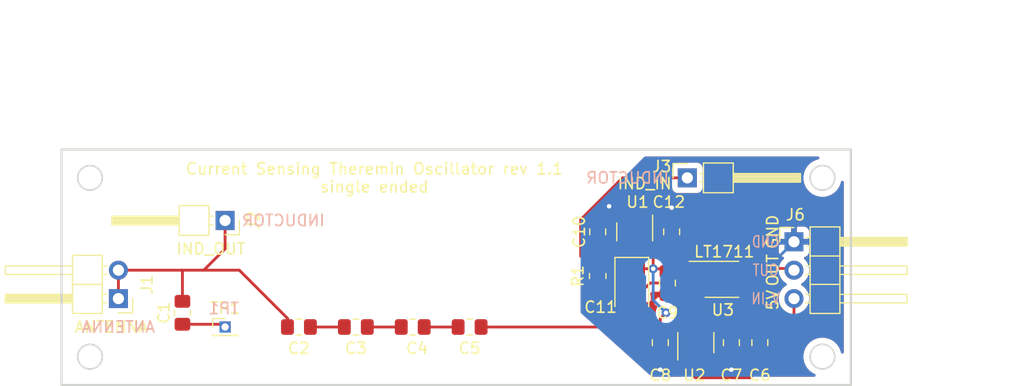
<source format=kicad_pcb>
(kicad_pcb (version 20171130) (host pcbnew "(5.1.7)-1")

  (general
    (thickness 1.6)
    (drawings 25)
    (tracks 136)
    (zones 0)
    (modules 21)
    (nets 16)
  )

  (page A4)
  (title_block
    (title "Current Sensing Theremin Oscillator")
    (date 2020-10-23)
    (rev v1.1)
    (comment 1 "For Digital Theremin Project")
    (comment 2 "(c) Vadim Lopatin 2020")
  )

  (layers
    (0 F.Cu signal)
    (31 B.Cu signal)
    (32 B.Adhes user)
    (33 F.Adhes user)
    (34 B.Paste user)
    (35 F.Paste user)
    (36 B.SilkS user)
    (37 F.SilkS user)
    (38 B.Mask user)
    (39 F.Mask user)
    (40 Dwgs.User user)
    (41 Cmts.User user)
    (42 Eco1.User user)
    (43 Eco2.User user)
    (44 Edge.Cuts user)
    (45 Margin user)
    (46 B.CrtYd user)
    (47 F.CrtYd user)
    (48 B.Fab user hide)
    (49 F.Fab user hide)
  )

  (setup
    (last_trace_width 0.25)
    (trace_clearance 0.2)
    (zone_clearance 0.508)
    (zone_45_only no)
    (trace_min 0.2)
    (via_size 0.8)
    (via_drill 0.4)
    (via_min_size 0.4)
    (via_min_drill 0.3)
    (uvia_size 0.3)
    (uvia_drill 0.1)
    (uvias_allowed no)
    (uvia_min_size 0.2)
    (uvia_min_drill 0.1)
    (edge_width 0.15)
    (segment_width 0.2)
    (pcb_text_width 0.3)
    (pcb_text_size 1.5 1.5)
    (mod_edge_width 0.15)
    (mod_text_size 1 1)
    (mod_text_width 0.15)
    (pad_size 1.524 1.524)
    (pad_drill 0.762)
    (pad_to_mask_clearance 0.051)
    (solder_mask_min_width 0.25)
    (aux_axis_origin 0 0)
    (visible_elements 7FFFFFFF)
    (pcbplotparams
      (layerselection 0x010fc_ffffffff)
      (usegerberextensions true)
      (usegerberattributes false)
      (usegerberadvancedattributes false)
      (creategerberjobfile false)
      (excludeedgelayer true)
      (linewidth 0.100000)
      (plotframeref false)
      (viasonmask false)
      (mode 1)
      (useauxorigin false)
      (hpglpennumber 1)
      (hpglpenspeed 20)
      (hpglpendiameter 15.000000)
      (psnegative false)
      (psa4output false)
      (plotreference true)
      (plotvalue true)
      (plotinvisibletext false)
      (padsonsilk false)
      (subtractmaskfromsilk false)
      (outputformat 1)
      (mirror false)
      (drillshape 0)
      (scaleselection 1)
      (outputdirectory "gerber/"))
  )

  (net 0 "")
  (net 1 GND)
  (net 2 "Net-(C4-Pad2)")
  (net 3 "Net-(C1-Pad2)")
  (net 4 "Net-(C1-Pad1)")
  (net 5 "Net-(C2-Pad2)")
  (net 6 "Net-(C3-Pad2)")
  (net 7 /5V)
  (net 8 /3V3_A)
  (net 9 "Net-(U1-Pad4)")
  (net 10 "Net-(C7-Pad1)")
  (net 11 /OUT_P)
  (net 12 "Net-(R1-Pad1)")
  (net 13 "Net-(U1-Pad6)")
  (net 14 "Net-(U1-Pad3)")
  (net 15 "Net-(J3-Pad1)")

  (net_class Default "This is the default net class."
    (clearance 0.2)
    (trace_width 0.25)
    (via_dia 0.8)
    (via_drill 0.4)
    (uvia_dia 0.3)
    (uvia_drill 0.1)
    (add_net /3V3_A)
    (add_net /5V)
    (add_net /OUT_P)
    (add_net GND)
    (add_net "Net-(C1-Pad1)")
    (add_net "Net-(C1-Pad2)")
    (add_net "Net-(C2-Pad2)")
    (add_net "Net-(C3-Pad2)")
    (add_net "Net-(C4-Pad2)")
    (add_net "Net-(C7-Pad1)")
    (add_net "Net-(J3-Pad1)")
    (add_net "Net-(R1-Pad1)")
    (add_net "Net-(U1-Pad3)")
    (add_net "Net-(U1-Pad4)")
    (add_net "Net-(U1-Pad6)")
  )

  (module Connector_PinHeader_2.54mm:PinHeader_1x03_P2.54mm_Horizontal (layer F.Cu) (tedit 59FED5CB) (tstamp 5F932D28)
    (at 146.685 102.235)
    (descr "Through hole angled pin header, 1x03, 2.54mm pitch, 6mm pin length, single row")
    (tags "Through hole angled pin header THT 1x03 2.54mm single row")
    (path /5E5208E1)
    (fp_text reference J6 (at 0.127 -2.413) (layer F.SilkS)
      (effects (font (size 1 1) (thickness 0.15)))
    )
    (fp_text value OSC (at 4.385 7.35) (layer F.Fab)
      (effects (font (size 1 1) (thickness 0.15)))
    )
    (fp_text user %R (at 2.77 2.54 90) (layer F.Fab)
      (effects (font (size 1 1) (thickness 0.15)))
    )
    (fp_line (start 2.135 -1.27) (end 4.04 -1.27) (layer F.Fab) (width 0.1))
    (fp_line (start 4.04 -1.27) (end 4.04 6.35) (layer F.Fab) (width 0.1))
    (fp_line (start 4.04 6.35) (end 1.5 6.35) (layer F.Fab) (width 0.1))
    (fp_line (start 1.5 6.35) (end 1.5 -0.635) (layer F.Fab) (width 0.1))
    (fp_line (start 1.5 -0.635) (end 2.135 -1.27) (layer F.Fab) (width 0.1))
    (fp_line (start -0.32 -0.32) (end 1.5 -0.32) (layer F.Fab) (width 0.1))
    (fp_line (start -0.32 -0.32) (end -0.32 0.32) (layer F.Fab) (width 0.1))
    (fp_line (start -0.32 0.32) (end 1.5 0.32) (layer F.Fab) (width 0.1))
    (fp_line (start 4.04 -0.32) (end 10.04 -0.32) (layer F.Fab) (width 0.1))
    (fp_line (start 10.04 -0.32) (end 10.04 0.32) (layer F.Fab) (width 0.1))
    (fp_line (start 4.04 0.32) (end 10.04 0.32) (layer F.Fab) (width 0.1))
    (fp_line (start -0.32 2.22) (end 1.5 2.22) (layer F.Fab) (width 0.1))
    (fp_line (start -0.32 2.22) (end -0.32 2.86) (layer F.Fab) (width 0.1))
    (fp_line (start -0.32 2.86) (end 1.5 2.86) (layer F.Fab) (width 0.1))
    (fp_line (start 4.04 2.22) (end 10.04 2.22) (layer F.Fab) (width 0.1))
    (fp_line (start 10.04 2.22) (end 10.04 2.86) (layer F.Fab) (width 0.1))
    (fp_line (start 4.04 2.86) (end 10.04 2.86) (layer F.Fab) (width 0.1))
    (fp_line (start -0.32 4.76) (end 1.5 4.76) (layer F.Fab) (width 0.1))
    (fp_line (start -0.32 4.76) (end -0.32 5.4) (layer F.Fab) (width 0.1))
    (fp_line (start -0.32 5.4) (end 1.5 5.4) (layer F.Fab) (width 0.1))
    (fp_line (start 4.04 4.76) (end 10.04 4.76) (layer F.Fab) (width 0.1))
    (fp_line (start 10.04 4.76) (end 10.04 5.4) (layer F.Fab) (width 0.1))
    (fp_line (start 4.04 5.4) (end 10.04 5.4) (layer F.Fab) (width 0.1))
    (fp_line (start 1.44 -1.33) (end 1.44 6.41) (layer F.SilkS) (width 0.12))
    (fp_line (start 1.44 6.41) (end 4.1 6.41) (layer F.SilkS) (width 0.12))
    (fp_line (start 4.1 6.41) (end 4.1 -1.33) (layer F.SilkS) (width 0.12))
    (fp_line (start 4.1 -1.33) (end 1.44 -1.33) (layer F.SilkS) (width 0.12))
    (fp_line (start 4.1 -0.38) (end 10.1 -0.38) (layer F.SilkS) (width 0.12))
    (fp_line (start 10.1 -0.38) (end 10.1 0.38) (layer F.SilkS) (width 0.12))
    (fp_line (start 10.1 0.38) (end 4.1 0.38) (layer F.SilkS) (width 0.12))
    (fp_line (start 4.1 -0.32) (end 10.1 -0.32) (layer F.SilkS) (width 0.12))
    (fp_line (start 4.1 -0.2) (end 10.1 -0.2) (layer F.SilkS) (width 0.12))
    (fp_line (start 4.1 -0.08) (end 10.1 -0.08) (layer F.SilkS) (width 0.12))
    (fp_line (start 4.1 0.04) (end 10.1 0.04) (layer F.SilkS) (width 0.12))
    (fp_line (start 4.1 0.16) (end 10.1 0.16) (layer F.SilkS) (width 0.12))
    (fp_line (start 4.1 0.28) (end 10.1 0.28) (layer F.SilkS) (width 0.12))
    (fp_line (start 1.11 -0.38) (end 1.44 -0.38) (layer F.SilkS) (width 0.12))
    (fp_line (start 1.11 0.38) (end 1.44 0.38) (layer F.SilkS) (width 0.12))
    (fp_line (start 1.44 1.27) (end 4.1 1.27) (layer F.SilkS) (width 0.12))
    (fp_line (start 4.1 2.16) (end 10.1 2.16) (layer F.SilkS) (width 0.12))
    (fp_line (start 10.1 2.16) (end 10.1 2.92) (layer F.SilkS) (width 0.12))
    (fp_line (start 10.1 2.92) (end 4.1 2.92) (layer F.SilkS) (width 0.12))
    (fp_line (start 1.042929 2.16) (end 1.44 2.16) (layer F.SilkS) (width 0.12))
    (fp_line (start 1.042929 2.92) (end 1.44 2.92) (layer F.SilkS) (width 0.12))
    (fp_line (start 1.44 3.81) (end 4.1 3.81) (layer F.SilkS) (width 0.12))
    (fp_line (start 4.1 4.7) (end 10.1 4.7) (layer F.SilkS) (width 0.12))
    (fp_line (start 10.1 4.7) (end 10.1 5.46) (layer F.SilkS) (width 0.12))
    (fp_line (start 10.1 5.46) (end 4.1 5.46) (layer F.SilkS) (width 0.12))
    (fp_line (start 1.042929 4.7) (end 1.44 4.7) (layer F.SilkS) (width 0.12))
    (fp_line (start 1.042929 5.46) (end 1.44 5.46) (layer F.SilkS) (width 0.12))
    (fp_line (start -1.27 0) (end -1.27 -1.27) (layer F.SilkS) (width 0.12))
    (fp_line (start -1.27 -1.27) (end 0 -1.27) (layer F.SilkS) (width 0.12))
    (fp_line (start -1.8 -1.8) (end -1.8 6.85) (layer F.CrtYd) (width 0.05))
    (fp_line (start -1.8 6.85) (end 10.55 6.85) (layer F.CrtYd) (width 0.05))
    (fp_line (start 10.55 6.85) (end 10.55 -1.8) (layer F.CrtYd) (width 0.05))
    (fp_line (start 10.55 -1.8) (end -1.8 -1.8) (layer F.CrtYd) (width 0.05))
    (pad 3 thru_hole oval (at 0 5.08) (size 1.7 1.7) (drill 1) (layers *.Cu *.Mask)
      (net 7 /5V))
    (pad 2 thru_hole oval (at 0 2.54) (size 1.7 1.7) (drill 1) (layers *.Cu *.Mask)
      (net 11 /OUT_P))
    (pad 1 thru_hole rect (at 0 0) (size 1.7 1.7) (drill 1) (layers *.Cu *.Mask)
      (net 1 GND))
    (model ${KISYS3DMOD}/Connector_PinHeader_2.54mm.3dshapes/PinHeader_1x03_P2.54mm_Horizontal.wrl
      (at (xyz 0 0 0))
      (scale (xyz 1 1 1))
      (rotate (xyz 0 0 0))
    )
  )

  (module Package_SO:MSOP-8_3x3mm_P0.65mm (layer F.Cu) (tedit 5E509FDD) (tstamp 5F92DB98)
    (at 140.2545 105.593)
    (descr "MSOP, 8 Pin (https://www.jedec.org/system/files/docs/mo-187F.pdf variant AA), generated with kicad-footprint-generator ipc_gullwing_generator.py")
    (tags "MSOP SO")
    (path /5F930D29)
    (attr smd)
    (fp_text reference U3 (at 0.0805 2.738) (layer F.SilkS)
      (effects (font (size 1 1) (thickness 0.15)))
    )
    (fp_text value LT1711xMS8 (at 0 2.45) (layer F.Fab)
      (effects (font (size 1 1) (thickness 0.15)))
    )
    (fp_line (start 3.18 -1.75) (end -3.18 -1.75) (layer F.CrtYd) (width 0.05))
    (fp_line (start 3.18 1.75) (end 3.18 -1.75) (layer F.CrtYd) (width 0.05))
    (fp_line (start -3.18 1.75) (end 3.18 1.75) (layer F.CrtYd) (width 0.05))
    (fp_line (start -3.18 -1.75) (end -3.18 1.75) (layer F.CrtYd) (width 0.05))
    (fp_line (start -1.5 -0.75) (end -0.75 -1.5) (layer F.Fab) (width 0.1))
    (fp_line (start -1.5 1.5) (end -1.5 -0.75) (layer F.Fab) (width 0.1))
    (fp_line (start 1.5 1.5) (end -1.5 1.5) (layer F.Fab) (width 0.1))
    (fp_line (start 1.5 -1.5) (end 1.5 1.5) (layer F.Fab) (width 0.1))
    (fp_line (start -0.75 -1.5) (end 1.5 -1.5) (layer F.Fab) (width 0.1))
    (fp_line (start 0 -1.61) (end -2.925 -1.61) (layer F.SilkS) (width 0.12))
    (fp_line (start 0 -1.61) (end 1.5 -1.61) (layer F.SilkS) (width 0.12))
    (fp_line (start 0 1.61) (end -1.5 1.61) (layer F.SilkS) (width 0.12))
    (fp_line (start 0 1.61) (end 1.5 1.61) (layer F.SilkS) (width 0.12))
    (fp_text user %R (at 0 0) (layer F.Fab)
      (effects (font (size 0.75 0.75) (thickness 0.11)))
    )
    (pad 8 smd roundrect (at 2.1125 -0.975) (size 1.625 0.4) (layers F.Cu F.Paste F.Mask) (roundrect_rratio 0.25)
      (net 11 /OUT_P))
    (pad 7 smd roundrect (at 2.1125 -0.325) (size 1.625 0.4) (layers F.Cu F.Paste F.Mask) (roundrect_rratio 0.25)
      (net 12 "Net-(R1-Pad1)"))
    (pad 6 smd roundrect (at 2.1125 0.325) (size 1.625 0.4) (layers F.Cu F.Paste F.Mask) (roundrect_rratio 0.25)
      (net 1 GND))
    (pad 5 smd roundrect (at 2.1125 0.975) (size 1.625 0.4) (layers F.Cu F.Paste F.Mask) (roundrect_rratio 0.25)
      (net 1 GND))
    (pad 4 smd roundrect (at -2.1125 0.975) (size 1.625 0.4) (layers F.Cu F.Paste F.Mask) (roundrect_rratio 0.25)
      (net 1 GND))
    (pad 3 smd roundrect (at -2.1125 0.325) (size 1.625 0.4) (layers F.Cu F.Paste F.Mask) (roundrect_rratio 0.25)
      (net 12 "Net-(R1-Pad1)"))
    (pad 2 smd roundrect (at -2.1125 -0.325) (size 1.625 0.4) (layers F.Cu F.Paste F.Mask) (roundrect_rratio 0.25)
      (net 15 "Net-(J3-Pad1)"))
    (pad 1 smd roundrect (at -2.1125 -0.975) (size 1.625 0.4) (layers F.Cu F.Paste F.Mask) (roundrect_rratio 0.25)
      (net 8 /3V3_A))
    (model ${KISYS3DMOD}/Package_SO.3dshapes/MSOP-8_3x3mm_P0.65mm.wrl
      (at (xyz 0 0 0))
      (scale (xyz 1 1 1))
      (rotate (xyz 0 0 0))
    )
  )

  (module Package_TO_SOT_SMD:SOT-23-5 (layer F.Cu) (tedit 5A02FF57) (tstamp 5F92DB7E)
    (at 137.922 111.252 90)
    (descr "5-pin SOT23 package")
    (tags SOT-23-5)
    (path /5F6A75CD)
    (attr smd)
    (fp_text reference U2 (at -2.921 -0.127 180) (layer F.SilkS)
      (effects (font (size 1 1) (thickness 0.15)))
    )
    (fp_text value LD3985M33R_SOT23 (at 0 2.9 90) (layer F.Fab)
      (effects (font (size 1 1) (thickness 0.15)))
    )
    (fp_line (start 0.9 -1.55) (end 0.9 1.55) (layer F.Fab) (width 0.1))
    (fp_line (start 0.9 1.55) (end -0.9 1.55) (layer F.Fab) (width 0.1))
    (fp_line (start -0.9 -0.9) (end -0.9 1.55) (layer F.Fab) (width 0.1))
    (fp_line (start 0.9 -1.55) (end -0.25 -1.55) (layer F.Fab) (width 0.1))
    (fp_line (start -0.9 -0.9) (end -0.25 -1.55) (layer F.Fab) (width 0.1))
    (fp_line (start -1.9 1.8) (end -1.9 -1.8) (layer F.CrtYd) (width 0.05))
    (fp_line (start 1.9 1.8) (end -1.9 1.8) (layer F.CrtYd) (width 0.05))
    (fp_line (start 1.9 -1.8) (end 1.9 1.8) (layer F.CrtYd) (width 0.05))
    (fp_line (start -1.9 -1.8) (end 1.9 -1.8) (layer F.CrtYd) (width 0.05))
    (fp_line (start 0.9 -1.61) (end -1.55 -1.61) (layer F.SilkS) (width 0.12))
    (fp_line (start -0.9 1.61) (end 0.9 1.61) (layer F.SilkS) (width 0.12))
    (fp_text user %R (at 0 0) (layer F.Fab)
      (effects (font (size 0.5 0.5) (thickness 0.075)))
    )
    (pad 5 smd rect (at 1.1 -0.95 90) (size 1.06 0.65) (layers F.Cu F.Paste F.Mask)
      (net 8 /3V3_A))
    (pad 4 smd rect (at 1.1 0.95 90) (size 1.06 0.65) (layers F.Cu F.Paste F.Mask)
      (net 10 "Net-(C7-Pad1)"))
    (pad 3 smd rect (at -1.1 0.95 90) (size 1.06 0.65) (layers F.Cu F.Paste F.Mask)
      (net 7 /5V))
    (pad 2 smd rect (at -1.1 0 90) (size 1.06 0.65) (layers F.Cu F.Paste F.Mask)
      (net 1 GND))
    (pad 1 smd rect (at -1.1 -0.95 90) (size 1.06 0.65) (layers F.Cu F.Paste F.Mask)
      (net 7 /5V))
    (model ${KISYS3DMOD}/Package_TO_SOT_SMD.3dshapes/SOT-23-5.wrl
      (at (xyz 0 0 0))
      (scale (xyz 1 1 1))
      (rotate (xyz 0 0 0))
    )
  )

  (module Package_SO:TSOP-6_1.65x3.05mm_P0.95mm (layer F.Cu) (tedit 5A02F25C) (tstamp 5F92DB69)
    (at 132.461 101.346 270)
    (descr "TSOP-6 package (comparable to TSOT-23), https://www.vishay.com/docs/71200/71200.pdf")
    (tags "Jedec MO-193C TSOP-6L")
    (path /5DF1ED71)
    (attr smd)
    (fp_text reference U1 (at -2.667 -0.254 180) (layer F.SilkS)
      (effects (font (size 1 1) (thickness 0.15)))
    )
    (fp_text value 4220CZ6 (at 0 2.5 90) (layer F.Fab)
      (effects (font (size 1 1) (thickness 0.15)))
    )
    (fp_line (start 1.76 1.77) (end -1.76 1.77) (layer F.CrtYd) (width 0.05))
    (fp_line (start 1.76 1.77) (end 1.76 -1.78) (layer F.CrtYd) (width 0.05))
    (fp_line (start -1.76 -1.78) (end -1.76 1.77) (layer F.CrtYd) (width 0.05))
    (fp_line (start -1.76 -1.78) (end 1.76 -1.78) (layer F.CrtYd) (width 0.05))
    (fp_line (start 0.825 -1.525) (end 0.825 1.525) (layer F.Fab) (width 0.1))
    (fp_line (start 0.825 1.525) (end -0.825 1.525) (layer F.Fab) (width 0.1))
    (fp_line (start -0.825 -1.1) (end -0.825 1.525) (layer F.Fab) (width 0.1))
    (fp_line (start 0.825 -1.525) (end -0.425 -1.525) (layer F.Fab) (width 0.1))
    (fp_line (start -0.825 -1.1) (end -0.425 -1.525) (layer F.Fab) (width 0.1))
    (fp_line (start 0.8 -1.6) (end -1.5 -1.6) (layer F.SilkS) (width 0.12))
    (fp_line (start -0.8 1.6) (end 0.8 1.6) (layer F.SilkS) (width 0.12))
    (fp_text user %R (at 0 0) (layer F.Fab)
      (effects (font (size 0.5 0.5) (thickness 0.075)))
    )
    (pad 6 smd rect (at 1.16 -0.95 270) (size 0.7 0.51) (layers F.Cu F.Paste F.Mask)
      (net 13 "Net-(U1-Pad6)"))
    (pad 5 smd rect (at 1.16 0 270) (size 0.7 0.51) (layers F.Cu F.Paste F.Mask)
      (net 8 /3V3_A))
    (pad 4 smd rect (at 1.16 0.95 270) (size 0.7 0.51) (layers F.Cu F.Paste F.Mask)
      (net 9 "Net-(U1-Pad4)"))
    (pad 3 smd rect (at -1.16 0.95 270) (size 0.7 0.51) (layers F.Cu F.Paste F.Mask)
      (net 14 "Net-(U1-Pad3)"))
    (pad 2 smd rect (at -1.16 0 270) (size 0.7 0.51) (layers F.Cu F.Paste F.Mask)
      (net 1 GND))
    (pad 1 smd rect (at -1.16 -0.95 270) (size 0.7 0.51) (layers F.Cu F.Paste F.Mask)
      (net 15 "Net-(J3-Pad1)"))
    (model ${KISYS3DMOD}/Package_SO.3dshapes/TSOP-6_1.65x3.05mm_P0.95mm.wrl
      (at (xyz 0 0 0))
      (scale (xyz 1 1 1))
      (rotate (xyz 0 0 0))
    )
  )

  (module Connector_PinHeader_1.27mm:PinHeader_1x01_P1.27mm_Vertical (layer F.Cu) (tedit 59FED6E3) (tstamp 5F92DB27)
    (at 95.885 109.855)
    (descr "Through hole straight pin header, 1x01, 1.27mm pitch, single row")
    (tags "Through hole pin header THT 1x01 1.27mm single row")
    (path /5F95FFE3)
    (fp_text reference TP1 (at 0 -1.695) (layer F.SilkS)
      (effects (font (size 1 1) (thickness 0.15)))
    )
    (fp_text value "Antenna Voltage Swing" (at 0 1.695) (layer F.Fab)
      (effects (font (size 1 1) (thickness 0.15)))
    )
    (fp_line (start 1.55 -1.15) (end -1.55 -1.15) (layer F.CrtYd) (width 0.05))
    (fp_line (start 1.55 1.15) (end 1.55 -1.15) (layer F.CrtYd) (width 0.05))
    (fp_line (start -1.55 1.15) (end 1.55 1.15) (layer F.CrtYd) (width 0.05))
    (fp_line (start -1.55 -1.15) (end -1.55 1.15) (layer F.CrtYd) (width 0.05))
    (fp_line (start -1.11 -0.76) (end 0 -0.76) (layer F.SilkS) (width 0.12))
    (fp_line (start -1.11 0) (end -1.11 -0.76) (layer F.SilkS) (width 0.12))
    (fp_line (start 0.563471 0.76) (end 1.11 0.76) (layer F.SilkS) (width 0.12))
    (fp_line (start -1.11 0.76) (end -0.563471 0.76) (layer F.SilkS) (width 0.12))
    (fp_line (start 1.11 0.76) (end 1.11 0.695) (layer F.SilkS) (width 0.12))
    (fp_line (start -1.11 0.76) (end -1.11 0.695) (layer F.SilkS) (width 0.12))
    (fp_line (start -1.11 0.76) (end 1.11 0.76) (layer F.SilkS) (width 0.12))
    (fp_line (start -1.05 -0.11) (end -0.525 -0.635) (layer F.Fab) (width 0.1))
    (fp_line (start -1.05 0.635) (end -1.05 -0.11) (layer F.Fab) (width 0.1))
    (fp_line (start 1.05 0.635) (end -1.05 0.635) (layer F.Fab) (width 0.1))
    (fp_line (start 1.05 -0.635) (end 1.05 0.635) (layer F.Fab) (width 0.1))
    (fp_line (start -0.525 -0.635) (end 1.05 -0.635) (layer F.Fab) (width 0.1))
    (fp_text user %R (at 0 0 90) (layer F.Fab)
      (effects (font (size 1 1) (thickness 0.15)))
    )
    (pad 1 thru_hole rect (at 0 0) (size 1 1) (drill 0.65) (layers *.Cu *.Mask)
      (net 4 "Net-(C1-Pad1)"))
    (model ${KISYS3DMOD}/Connector_PinHeader_1.27mm.3dshapes/PinHeader_1x01_P1.27mm_Vertical.wrl
      (at (xyz 0 0 0))
      (scale (xyz 1 1 1))
      (rotate (xyz 0 0 0))
    )
  )

  (module Resistor_SMD:R_0805_2012Metric_Pad1.20x1.40mm_HandSolder (layer F.Cu) (tedit 5F68FEEE) (tstamp 5F92DB11)
    (at 129.159 105.299 90)
    (descr "Resistor SMD 0805 (2012 Metric), square (rectangular) end terminal, IPC_7351 nominal with elongated pad for handsoldering. (Body size source: IPC-SM-782 page 72, https://www.pcb-3d.com/wordpress/wp-content/uploads/ipc-sm-782a_amendment_1_and_2.pdf), generated with kicad-footprint-generator")
    (tags "resistor handsolder")
    (path /5F970343)
    (attr smd)
    (fp_text reference R1 (at 0 -1.778 90) (layer F.SilkS)
      (effects (font (size 1 1) (thickness 0.15)))
    )
    (fp_text value 12 (at 0 1.65 90) (layer F.Fab)
      (effects (font (size 1 1) (thickness 0.15)))
    )
    (fp_line (start 1.85 0.95) (end -1.85 0.95) (layer F.CrtYd) (width 0.05))
    (fp_line (start 1.85 -0.95) (end 1.85 0.95) (layer F.CrtYd) (width 0.05))
    (fp_line (start -1.85 -0.95) (end 1.85 -0.95) (layer F.CrtYd) (width 0.05))
    (fp_line (start -1.85 0.95) (end -1.85 -0.95) (layer F.CrtYd) (width 0.05))
    (fp_line (start -0.227064 0.735) (end 0.227064 0.735) (layer F.SilkS) (width 0.12))
    (fp_line (start -0.227064 -0.735) (end 0.227064 -0.735) (layer F.SilkS) (width 0.12))
    (fp_line (start 1 0.625) (end -1 0.625) (layer F.Fab) (width 0.1))
    (fp_line (start 1 -0.625) (end 1 0.625) (layer F.Fab) (width 0.1))
    (fp_line (start -1 -0.625) (end 1 -0.625) (layer F.Fab) (width 0.1))
    (fp_line (start -1 0.625) (end -1 -0.625) (layer F.Fab) (width 0.1))
    (fp_text user %R (at 0 0 90) (layer F.Fab)
      (effects (font (size 0.5 0.5) (thickness 0.08)))
    )
    (pad 2 smd roundrect (at 1 0 90) (size 1.2 1.4) (layers F.Cu F.Paste F.Mask) (roundrect_rratio 0.208333)
      (net 15 "Net-(J3-Pad1)"))
    (pad 1 smd roundrect (at -1 0 90) (size 1.2 1.4) (layers F.Cu F.Paste F.Mask) (roundrect_rratio 0.208333)
      (net 12 "Net-(R1-Pad1)"))
    (model ${KISYS3DMOD}/Resistor_SMD.3dshapes/R_0805_2012Metric.wrl
      (at (xyz 0 0 0))
      (scale (xyz 1 1 1))
      (rotate (xyz 0 0 0))
    )
  )

  (module Connector_PinHeader_2.54mm:PinHeader_1x01_P2.54mm_Horizontal (layer F.Cu) (tedit 59FED5CB) (tstamp 5F92DA83)
    (at 137.16 96.52)
    (descr "Through hole angled pin header, 1x01, 2.54mm pitch, 6mm pin length, single row")
    (tags "Through hole angled pin header THT 1x01 2.54mm single row")
    (path /5D9FD8BA)
    (fp_text reference J3 (at -2.286 -1.016 180) (layer F.SilkS)
      (effects (font (size 1 1) (thickness 0.15)))
    )
    (fp_text value INDUCTOR_IN (at 4.385 2.27) (layer F.Fab)
      (effects (font (size 1 1) (thickness 0.15)))
    )
    (fp_line (start 10.55 -1.8) (end -1.8 -1.8) (layer F.CrtYd) (width 0.05))
    (fp_line (start 10.55 1.8) (end 10.55 -1.8) (layer F.CrtYd) (width 0.05))
    (fp_line (start -1.8 1.8) (end 10.55 1.8) (layer F.CrtYd) (width 0.05))
    (fp_line (start -1.8 -1.8) (end -1.8 1.8) (layer F.CrtYd) (width 0.05))
    (fp_line (start -1.27 -1.27) (end 0 -1.27) (layer F.SilkS) (width 0.12))
    (fp_line (start -1.27 0) (end -1.27 -1.27) (layer F.SilkS) (width 0.12))
    (fp_line (start 1.11 0.38) (end 1.44 0.38) (layer F.SilkS) (width 0.12))
    (fp_line (start 1.11 -0.38) (end 1.44 -0.38) (layer F.SilkS) (width 0.12))
    (fp_line (start 4.1 0.28) (end 10.1 0.28) (layer F.SilkS) (width 0.12))
    (fp_line (start 4.1 0.16) (end 10.1 0.16) (layer F.SilkS) (width 0.12))
    (fp_line (start 4.1 0.04) (end 10.1 0.04) (layer F.SilkS) (width 0.12))
    (fp_line (start 4.1 -0.08) (end 10.1 -0.08) (layer F.SilkS) (width 0.12))
    (fp_line (start 4.1 -0.2) (end 10.1 -0.2) (layer F.SilkS) (width 0.12))
    (fp_line (start 4.1 -0.32) (end 10.1 -0.32) (layer F.SilkS) (width 0.12))
    (fp_line (start 10.1 0.38) (end 4.1 0.38) (layer F.SilkS) (width 0.12))
    (fp_line (start 10.1 -0.38) (end 10.1 0.38) (layer F.SilkS) (width 0.12))
    (fp_line (start 4.1 -0.38) (end 10.1 -0.38) (layer F.SilkS) (width 0.12))
    (fp_line (start 4.1 -1.33) (end 1.44 -1.33) (layer F.SilkS) (width 0.12))
    (fp_line (start 4.1 1.33) (end 4.1 -1.33) (layer F.SilkS) (width 0.12))
    (fp_line (start 1.44 1.33) (end 4.1 1.33) (layer F.SilkS) (width 0.12))
    (fp_line (start 1.44 -1.33) (end 1.44 1.33) (layer F.SilkS) (width 0.12))
    (fp_line (start 4.04 0.32) (end 10.04 0.32) (layer F.Fab) (width 0.1))
    (fp_line (start 10.04 -0.32) (end 10.04 0.32) (layer F.Fab) (width 0.1))
    (fp_line (start 4.04 -0.32) (end 10.04 -0.32) (layer F.Fab) (width 0.1))
    (fp_line (start -0.32 0.32) (end 1.5 0.32) (layer F.Fab) (width 0.1))
    (fp_line (start -0.32 -0.32) (end -0.32 0.32) (layer F.Fab) (width 0.1))
    (fp_line (start -0.32 -0.32) (end 1.5 -0.32) (layer F.Fab) (width 0.1))
    (fp_line (start 1.5 -0.635) (end 2.135 -1.27) (layer F.Fab) (width 0.1))
    (fp_line (start 1.5 1.27) (end 1.5 -0.635) (layer F.Fab) (width 0.1))
    (fp_line (start 4.04 1.27) (end 1.5 1.27) (layer F.Fab) (width 0.1))
    (fp_line (start 4.04 -1.27) (end 4.04 1.27) (layer F.Fab) (width 0.1))
    (fp_line (start 2.135 -1.27) (end 4.04 -1.27) (layer F.Fab) (width 0.1))
    (fp_text user %R (at 2.77 0 90) (layer F.Fab)
      (effects (font (size 1 1) (thickness 0.15)))
    )
    (pad 1 thru_hole rect (at 0 0) (size 1.7 1.7) (drill 1) (layers *.Cu *.Mask)
      (net 15 "Net-(J3-Pad1)"))
    (model ${KISYS3DMOD}/Connector_PinHeader_2.54mm.3dshapes/PinHeader_1x01_P2.54mm_Horizontal.wrl
      (at (xyz 0 0 0))
      (scale (xyz 1 1 1))
      (rotate (xyz 0 0 0))
    )
  )

  (module Connector_PinHeader_2.54mm:PinHeader_1x01_P2.54mm_Horizontal (layer F.Cu) (tedit 59FED5CB) (tstamp 5F92DA5D)
    (at 95.885 100.33 180)
    (descr "Through hole angled pin header, 1x01, 2.54mm pitch, 6mm pin length, single row")
    (tags "Through hole angled pin header THT 1x01 2.54mm single row")
    (path /5D9FD952)
    (fp_text reference J2 (at -2.54 0 90) (layer F.SilkS)
      (effects (font (size 1 1) (thickness 0.15)))
    )
    (fp_text value INDUCTOR_OUT (at 4.385 2.27) (layer F.Fab)
      (effects (font (size 1 1) (thickness 0.15)))
    )
    (fp_line (start 10.55 -1.8) (end -1.8 -1.8) (layer F.CrtYd) (width 0.05))
    (fp_line (start 10.55 1.8) (end 10.55 -1.8) (layer F.CrtYd) (width 0.05))
    (fp_line (start -1.8 1.8) (end 10.55 1.8) (layer F.CrtYd) (width 0.05))
    (fp_line (start -1.8 -1.8) (end -1.8 1.8) (layer F.CrtYd) (width 0.05))
    (fp_line (start -1.27 -1.27) (end 0 -1.27) (layer F.SilkS) (width 0.12))
    (fp_line (start -1.27 0) (end -1.27 -1.27) (layer F.SilkS) (width 0.12))
    (fp_line (start 1.11 0.38) (end 1.44 0.38) (layer F.SilkS) (width 0.12))
    (fp_line (start 1.11 -0.38) (end 1.44 -0.38) (layer F.SilkS) (width 0.12))
    (fp_line (start 4.1 0.28) (end 10.1 0.28) (layer F.SilkS) (width 0.12))
    (fp_line (start 4.1 0.16) (end 10.1 0.16) (layer F.SilkS) (width 0.12))
    (fp_line (start 4.1 0.04) (end 10.1 0.04) (layer F.SilkS) (width 0.12))
    (fp_line (start 4.1 -0.08) (end 10.1 -0.08) (layer F.SilkS) (width 0.12))
    (fp_line (start 4.1 -0.2) (end 10.1 -0.2) (layer F.SilkS) (width 0.12))
    (fp_line (start 4.1 -0.32) (end 10.1 -0.32) (layer F.SilkS) (width 0.12))
    (fp_line (start 10.1 0.38) (end 4.1 0.38) (layer F.SilkS) (width 0.12))
    (fp_line (start 10.1 -0.38) (end 10.1 0.38) (layer F.SilkS) (width 0.12))
    (fp_line (start 4.1 -0.38) (end 10.1 -0.38) (layer F.SilkS) (width 0.12))
    (fp_line (start 4.1 -1.33) (end 1.44 -1.33) (layer F.SilkS) (width 0.12))
    (fp_line (start 4.1 1.33) (end 4.1 -1.33) (layer F.SilkS) (width 0.12))
    (fp_line (start 1.44 1.33) (end 4.1 1.33) (layer F.SilkS) (width 0.12))
    (fp_line (start 1.44 -1.33) (end 1.44 1.33) (layer F.SilkS) (width 0.12))
    (fp_line (start 4.04 0.32) (end 10.04 0.32) (layer F.Fab) (width 0.1))
    (fp_line (start 10.04 -0.32) (end 10.04 0.32) (layer F.Fab) (width 0.1))
    (fp_line (start 4.04 -0.32) (end 10.04 -0.32) (layer F.Fab) (width 0.1))
    (fp_line (start -0.32 0.32) (end 1.5 0.32) (layer F.Fab) (width 0.1))
    (fp_line (start -0.32 -0.32) (end -0.32 0.32) (layer F.Fab) (width 0.1))
    (fp_line (start -0.32 -0.32) (end 1.5 -0.32) (layer F.Fab) (width 0.1))
    (fp_line (start 1.5 -0.635) (end 2.135 -1.27) (layer F.Fab) (width 0.1))
    (fp_line (start 1.5 1.27) (end 1.5 -0.635) (layer F.Fab) (width 0.1))
    (fp_line (start 4.04 1.27) (end 1.5 1.27) (layer F.Fab) (width 0.1))
    (fp_line (start 4.04 -1.27) (end 4.04 1.27) (layer F.Fab) (width 0.1))
    (fp_line (start 2.135 -1.27) (end 4.04 -1.27) (layer F.Fab) (width 0.1))
    (fp_text user %R (at 2.77 0 90) (layer F.Fab)
      (effects (font (size 1 1) (thickness 0.15)))
    )
    (pad 1 thru_hole rect (at 0 0 180) (size 1.7 1.7) (drill 1) (layers *.Cu *.Mask)
      (net 3 "Net-(C1-Pad2)"))
    (model ${KISYS3DMOD}/Connector_PinHeader_2.54mm.3dshapes/PinHeader_1x01_P2.54mm_Horizontal.wrl
      (at (xyz 0 0 0))
      (scale (xyz 1 1 1))
      (rotate (xyz 0 0 0))
    )
  )

  (module Connector_PinHeader_2.54mm:PinHeader_1x02_P2.54mm_Horizontal (layer F.Cu) (tedit 59FED5CB) (tstamp 5F92DA37)
    (at 86.36 107.315 180)
    (descr "Through hole angled pin header, 1x02, 2.54mm pitch, 6mm pin length, single row")
    (tags "Through hole angled pin header THT 1x02 2.54mm single row")
    (path /5D9FD990)
    (fp_text reference J1 (at -2.54 1.27 90) (layer F.SilkS)
      (effects (font (size 1 1) (thickness 0.15)))
    )
    (fp_text value ANTENNA (at 4.385 4.81) (layer F.Fab)
      (effects (font (size 1 1) (thickness 0.15)))
    )
    (fp_line (start 10.55 -1.8) (end -1.8 -1.8) (layer F.CrtYd) (width 0.05))
    (fp_line (start 10.55 4.35) (end 10.55 -1.8) (layer F.CrtYd) (width 0.05))
    (fp_line (start -1.8 4.35) (end 10.55 4.35) (layer F.CrtYd) (width 0.05))
    (fp_line (start -1.8 -1.8) (end -1.8 4.35) (layer F.CrtYd) (width 0.05))
    (fp_line (start -1.27 -1.27) (end 0 -1.27) (layer F.SilkS) (width 0.12))
    (fp_line (start -1.27 0) (end -1.27 -1.27) (layer F.SilkS) (width 0.12))
    (fp_line (start 1.042929 2.92) (end 1.44 2.92) (layer F.SilkS) (width 0.12))
    (fp_line (start 1.042929 2.16) (end 1.44 2.16) (layer F.SilkS) (width 0.12))
    (fp_line (start 10.1 2.92) (end 4.1 2.92) (layer F.SilkS) (width 0.12))
    (fp_line (start 10.1 2.16) (end 10.1 2.92) (layer F.SilkS) (width 0.12))
    (fp_line (start 4.1 2.16) (end 10.1 2.16) (layer F.SilkS) (width 0.12))
    (fp_line (start 1.44 1.27) (end 4.1 1.27) (layer F.SilkS) (width 0.12))
    (fp_line (start 1.11 0.38) (end 1.44 0.38) (layer F.SilkS) (width 0.12))
    (fp_line (start 1.11 -0.38) (end 1.44 -0.38) (layer F.SilkS) (width 0.12))
    (fp_line (start 4.1 0.28) (end 10.1 0.28) (layer F.SilkS) (width 0.12))
    (fp_line (start 4.1 0.16) (end 10.1 0.16) (layer F.SilkS) (width 0.12))
    (fp_line (start 4.1 0.04) (end 10.1 0.04) (layer F.SilkS) (width 0.12))
    (fp_line (start 4.1 -0.08) (end 10.1 -0.08) (layer F.SilkS) (width 0.12))
    (fp_line (start 4.1 -0.2) (end 10.1 -0.2) (layer F.SilkS) (width 0.12))
    (fp_line (start 4.1 -0.32) (end 10.1 -0.32) (layer F.SilkS) (width 0.12))
    (fp_line (start 10.1 0.38) (end 4.1 0.38) (layer F.SilkS) (width 0.12))
    (fp_line (start 10.1 -0.38) (end 10.1 0.38) (layer F.SilkS) (width 0.12))
    (fp_line (start 4.1 -0.38) (end 10.1 -0.38) (layer F.SilkS) (width 0.12))
    (fp_line (start 4.1 -1.33) (end 1.44 -1.33) (layer F.SilkS) (width 0.12))
    (fp_line (start 4.1 3.87) (end 4.1 -1.33) (layer F.SilkS) (width 0.12))
    (fp_line (start 1.44 3.87) (end 4.1 3.87) (layer F.SilkS) (width 0.12))
    (fp_line (start 1.44 -1.33) (end 1.44 3.87) (layer F.SilkS) (width 0.12))
    (fp_line (start 4.04 2.86) (end 10.04 2.86) (layer F.Fab) (width 0.1))
    (fp_line (start 10.04 2.22) (end 10.04 2.86) (layer F.Fab) (width 0.1))
    (fp_line (start 4.04 2.22) (end 10.04 2.22) (layer F.Fab) (width 0.1))
    (fp_line (start -0.32 2.86) (end 1.5 2.86) (layer F.Fab) (width 0.1))
    (fp_line (start -0.32 2.22) (end -0.32 2.86) (layer F.Fab) (width 0.1))
    (fp_line (start -0.32 2.22) (end 1.5 2.22) (layer F.Fab) (width 0.1))
    (fp_line (start 4.04 0.32) (end 10.04 0.32) (layer F.Fab) (width 0.1))
    (fp_line (start 10.04 -0.32) (end 10.04 0.32) (layer F.Fab) (width 0.1))
    (fp_line (start 4.04 -0.32) (end 10.04 -0.32) (layer F.Fab) (width 0.1))
    (fp_line (start -0.32 0.32) (end 1.5 0.32) (layer F.Fab) (width 0.1))
    (fp_line (start -0.32 -0.32) (end -0.32 0.32) (layer F.Fab) (width 0.1))
    (fp_line (start -0.32 -0.32) (end 1.5 -0.32) (layer F.Fab) (width 0.1))
    (fp_line (start 1.5 -0.635) (end 2.135 -1.27) (layer F.Fab) (width 0.1))
    (fp_line (start 1.5 3.81) (end 1.5 -0.635) (layer F.Fab) (width 0.1))
    (fp_line (start 4.04 3.81) (end 1.5 3.81) (layer F.Fab) (width 0.1))
    (fp_line (start 4.04 -1.27) (end 4.04 3.81) (layer F.Fab) (width 0.1))
    (fp_line (start 2.135 -1.27) (end 4.04 -1.27) (layer F.Fab) (width 0.1))
    (fp_text user %R (at 2.77 1.27 90) (layer F.Fab)
      (effects (font (size 1 1) (thickness 0.15)))
    )
    (pad 2 thru_hole oval (at 0 2.54 180) (size 1.7 1.7) (drill 1) (layers *.Cu *.Mask)
      (net 3 "Net-(C1-Pad2)"))
    (pad 1 thru_hole rect (at 0 0 180) (size 1.7 1.7) (drill 1) (layers *.Cu *.Mask)
      (net 3 "Net-(C1-Pad2)"))
    (model ${KISYS3DMOD}/Connector_PinHeader_2.54mm.3dshapes/PinHeader_1x02_P2.54mm_Horizontal.wrl
      (at (xyz 0 0 0))
      (scale (xyz 1 1 1))
      (rotate (xyz 0 0 0))
    )
  )

  (module Capacitor_SMD:C_0805_2012Metric_Pad1.15x1.40mm_HandSolder (layer F.Cu) (tedit 5B36C52B) (tstamp 5F92D9AD)
    (at 135.763 101.346 90)
    (descr "Capacitor SMD 0805 (2012 Metric), square (rectangular) end terminal, IPC_7351 nominal with elongated pad for handsoldering. (Body size source: https://docs.google.com/spreadsheets/d/1BsfQQcO9C6DZCsRaXUlFlo91Tg2WpOkGARC1WS5S8t0/edit?usp=sharing), generated with kicad-footprint-generator")
    (tags "capacitor handsolder")
    (path /5F9E3DBA)
    (attr smd)
    (fp_text reference C12 (at 2.667 -0.254 180) (layer F.SilkS)
      (effects (font (size 1 1) (thickness 0.15)))
    )
    (fp_text value 1uF (at 0 1.65 90) (layer F.Fab)
      (effects (font (size 1 1) (thickness 0.15)))
    )
    (fp_line (start 1.85 0.95) (end -1.85 0.95) (layer F.CrtYd) (width 0.05))
    (fp_line (start 1.85 -0.95) (end 1.85 0.95) (layer F.CrtYd) (width 0.05))
    (fp_line (start -1.85 -0.95) (end 1.85 -0.95) (layer F.CrtYd) (width 0.05))
    (fp_line (start -1.85 0.95) (end -1.85 -0.95) (layer F.CrtYd) (width 0.05))
    (fp_line (start -0.261252 0.71) (end 0.261252 0.71) (layer F.SilkS) (width 0.12))
    (fp_line (start -0.261252 -0.71) (end 0.261252 -0.71) (layer F.SilkS) (width 0.12))
    (fp_line (start 1 0.6) (end -1 0.6) (layer F.Fab) (width 0.1))
    (fp_line (start 1 -0.6) (end 1 0.6) (layer F.Fab) (width 0.1))
    (fp_line (start -1 -0.6) (end 1 -0.6) (layer F.Fab) (width 0.1))
    (fp_line (start -1 0.6) (end -1 -0.6) (layer F.Fab) (width 0.1))
    (fp_text user %R (at 0 0 90) (layer F.Fab)
      (effects (font (size 0.5 0.5) (thickness 0.08)))
    )
    (pad 2 smd roundrect (at 1.025 0 90) (size 1.15 1.4) (layers F.Cu F.Paste F.Mask) (roundrect_rratio 0.217391)
      (net 1 GND))
    (pad 1 smd roundrect (at -1.025 0 90) (size 1.15 1.4) (layers F.Cu F.Paste F.Mask) (roundrect_rratio 0.217391)
      (net 8 /3V3_A))
    (model ${KISYS3DMOD}/Capacitor_SMD.3dshapes/C_0805_2012Metric.wrl
      (at (xyz 0 0 0))
      (scale (xyz 1 1 1))
      (rotate (xyz 0 0 0))
    )
  )

  (module Capacitor_Tantalum_SMD:CP_EIA-3528-21_Kemet-B_Pad1.50x2.35mm_HandSolder (layer F.Cu) (tedit 5EBA9318) (tstamp 5F92D99C)
    (at 132.207 106.273 270)
    (descr "Tantalum Capacitor SMD Kemet-B (3528-21 Metric), IPC_7351 nominal, (Body size from: http://www.kemet.com/Lists/ProductCatalog/Attachments/253/KEM_TC101_STD.pdf), generated with kicad-footprint-generator")
    (tags "capacitor tantalum")
    (path /5F9AC08F)
    (attr smd)
    (fp_text reference C11 (at 1.804 2.794 180) (layer F.SilkS)
      (effects (font (size 1 1) (thickness 0.15)))
    )
    (fp_text value 4.7uF (at 0 2.35 90) (layer F.Fab)
      (effects (font (size 1 1) (thickness 0.15)))
    )
    (fp_line (start 2.62 1.65) (end -2.62 1.65) (layer F.CrtYd) (width 0.05))
    (fp_line (start 2.62 -1.65) (end 2.62 1.65) (layer F.CrtYd) (width 0.05))
    (fp_line (start -2.62 -1.65) (end 2.62 -1.65) (layer F.CrtYd) (width 0.05))
    (fp_line (start -2.62 1.65) (end -2.62 -1.65) (layer F.CrtYd) (width 0.05))
    (fp_line (start -2.635 1.51) (end 1.75 1.51) (layer F.SilkS) (width 0.12))
    (fp_line (start -2.635 -1.51) (end -2.635 1.51) (layer F.SilkS) (width 0.12))
    (fp_line (start 1.75 -1.51) (end -2.635 -1.51) (layer F.SilkS) (width 0.12))
    (fp_line (start 1.75 1.4) (end 1.75 -1.4) (layer F.Fab) (width 0.1))
    (fp_line (start -1.75 1.4) (end 1.75 1.4) (layer F.Fab) (width 0.1))
    (fp_line (start -1.75 -0.7) (end -1.75 1.4) (layer F.Fab) (width 0.1))
    (fp_line (start -1.05 -1.4) (end -1.75 -0.7) (layer F.Fab) (width 0.1))
    (fp_line (start 1.75 -1.4) (end -1.05 -1.4) (layer F.Fab) (width 0.1))
    (fp_text user %R (at 0 0 90) (layer F.Fab)
      (effects (font (size 0.88 0.88) (thickness 0.13)))
    )
    (pad 2 smd roundrect (at 1.625 0 270) (size 1.5 2.35) (layers F.Cu F.Paste F.Mask) (roundrect_rratio 0.166667)
      (net 1 GND))
    (pad 1 smd roundrect (at -1.625 0 270) (size 1.5 2.35) (layers F.Cu F.Paste F.Mask) (roundrect_rratio 0.166667)
      (net 8 /3V3_A))
    (model ${KISYS3DMOD}/Capacitor_Tantalum_SMD.3dshapes/CP_EIA-3528-21_Kemet-B.wrl
      (at (xyz 0 0 0))
      (scale (xyz 1 1 1))
      (rotate (xyz 0 0 0))
    )
  )

  (module Capacitor_SMD:C_0805_2012Metric_Pad1.15x1.40mm_HandSolder (layer F.Cu) (tedit 5B36C52B) (tstamp 5F92D989)
    (at 129.159 101.346 90)
    (descr "Capacitor SMD 0805 (2012 Metric), square (rectangular) end terminal, IPC_7351 nominal with elongated pad for handsoldering. (Body size source: https://docs.google.com/spreadsheets/d/1BsfQQcO9C6DZCsRaXUlFlo91Tg2WpOkGARC1WS5S8t0/edit?usp=sharing), generated with kicad-footprint-generator")
    (tags "capacitor handsolder")
    (path /5DF1ED56)
    (attr smd)
    (fp_text reference C10 (at 0 -1.65 90) (layer F.SilkS)
      (effects (font (size 1 1) (thickness 0.15)))
    )
    (fp_text value 0.1uF (at 0 1.65 90) (layer F.Fab)
      (effects (font (size 1 1) (thickness 0.15)))
    )
    (fp_line (start 1.85 0.95) (end -1.85 0.95) (layer F.CrtYd) (width 0.05))
    (fp_line (start 1.85 -0.95) (end 1.85 0.95) (layer F.CrtYd) (width 0.05))
    (fp_line (start -1.85 -0.95) (end 1.85 -0.95) (layer F.CrtYd) (width 0.05))
    (fp_line (start -1.85 0.95) (end -1.85 -0.95) (layer F.CrtYd) (width 0.05))
    (fp_line (start -0.261252 0.71) (end 0.261252 0.71) (layer F.SilkS) (width 0.12))
    (fp_line (start -0.261252 -0.71) (end 0.261252 -0.71) (layer F.SilkS) (width 0.12))
    (fp_line (start 1 0.6) (end -1 0.6) (layer F.Fab) (width 0.1))
    (fp_line (start 1 -0.6) (end 1 0.6) (layer F.Fab) (width 0.1))
    (fp_line (start -1 -0.6) (end 1 -0.6) (layer F.Fab) (width 0.1))
    (fp_line (start -1 0.6) (end -1 -0.6) (layer F.Fab) (width 0.1))
    (fp_text user %R (at 0 0 90) (layer F.Fab)
      (effects (font (size 0.5 0.5) (thickness 0.08)))
    )
    (pad 2 smd roundrect (at 1.025 0 90) (size 1.15 1.4) (layers F.Cu F.Paste F.Mask) (roundrect_rratio 0.217391)
      (net 1 GND))
    (pad 1 smd roundrect (at -1.025 0 90) (size 1.15 1.4) (layers F.Cu F.Paste F.Mask) (roundrect_rratio 0.217391)
      (net 8 /3V3_A))
    (model ${KISYS3DMOD}/Capacitor_SMD.3dshapes/C_0805_2012Metric.wrl
      (at (xyz 0 0 0))
      (scale (xyz 1 1 1))
      (rotate (xyz 0 0 0))
    )
  )

  (module Capacitor_SMD:C_0805_2012Metric_Pad1.15x1.40mm_HandSolder (layer F.Cu) (tedit 5B36C52B) (tstamp 5F92D978)
    (at 135.382 105.927 270)
    (descr "Capacitor SMD 0805 (2012 Metric), square (rectangular) end terminal, IPC_7351 nominal with elongated pad for handsoldering. (Body size source: https://docs.google.com/spreadsheets/d/1BsfQQcO9C6DZCsRaXUlFlo91Tg2WpOkGARC1WS5S8t0/edit?usp=sharing), generated with kicad-footprint-generator")
    (tags "capacitor handsolder")
    (path /5F99A62F)
    (attr smd)
    (fp_text reference C9 (at 2.658 0 180) (layer F.SilkS)
      (effects (font (size 1 1) (thickness 0.15)))
    )
    (fp_text value 0.1uF (at 0 1.65 90) (layer F.Fab)
      (effects (font (size 1 1) (thickness 0.15)))
    )
    (fp_line (start 1.85 0.95) (end -1.85 0.95) (layer F.CrtYd) (width 0.05))
    (fp_line (start 1.85 -0.95) (end 1.85 0.95) (layer F.CrtYd) (width 0.05))
    (fp_line (start -1.85 -0.95) (end 1.85 -0.95) (layer F.CrtYd) (width 0.05))
    (fp_line (start -1.85 0.95) (end -1.85 -0.95) (layer F.CrtYd) (width 0.05))
    (fp_line (start -0.261252 0.71) (end 0.261252 0.71) (layer F.SilkS) (width 0.12))
    (fp_line (start -0.261252 -0.71) (end 0.261252 -0.71) (layer F.SilkS) (width 0.12))
    (fp_line (start 1 0.6) (end -1 0.6) (layer F.Fab) (width 0.1))
    (fp_line (start 1 -0.6) (end 1 0.6) (layer F.Fab) (width 0.1))
    (fp_line (start -1 -0.6) (end 1 -0.6) (layer F.Fab) (width 0.1))
    (fp_line (start -1 0.6) (end -1 -0.6) (layer F.Fab) (width 0.1))
    (fp_text user %R (at 0 0 90) (layer F.Fab)
      (effects (font (size 0.5 0.5) (thickness 0.08)))
    )
    (pad 2 smd roundrect (at 1.025 0 270) (size 1.15 1.4) (layers F.Cu F.Paste F.Mask) (roundrect_rratio 0.217391)
      (net 1 GND))
    (pad 1 smd roundrect (at -1.025 0 270) (size 1.15 1.4) (layers F.Cu F.Paste F.Mask) (roundrect_rratio 0.217391)
      (net 8 /3V3_A))
    (model ${KISYS3DMOD}/Capacitor_SMD.3dshapes/C_0805_2012Metric.wrl
      (at (xyz 0 0 0))
      (scale (xyz 1 1 1))
      (rotate (xyz 0 0 0))
    )
  )

  (module Capacitor_SMD:C_0805_2012Metric_Pad1.15x1.40mm_HandSolder (layer F.Cu) (tedit 5B36C52B) (tstamp 5F92D967)
    (at 134.747 111.252 270)
    (descr "Capacitor SMD 0805 (2012 Metric), square (rectangular) end terminal, IPC_7351 nominal with elongated pad for handsoldering. (Body size source: https://docs.google.com/spreadsheets/d/1BsfQQcO9C6DZCsRaXUlFlo91Tg2WpOkGARC1WS5S8t0/edit?usp=sharing), generated with kicad-footprint-generator")
    (tags "capacitor handsolder")
    (path /5F6B3869)
    (attr smd)
    (fp_text reference C8 (at 2.921 0 180) (layer F.SilkS)
      (effects (font (size 1 1) (thickness 0.15)))
    )
    (fp_text value 1uF (at 0 1.65 90) (layer F.Fab)
      (effects (font (size 1 1) (thickness 0.15)))
    )
    (fp_line (start 1.85 0.95) (end -1.85 0.95) (layer F.CrtYd) (width 0.05))
    (fp_line (start 1.85 -0.95) (end 1.85 0.95) (layer F.CrtYd) (width 0.05))
    (fp_line (start -1.85 -0.95) (end 1.85 -0.95) (layer F.CrtYd) (width 0.05))
    (fp_line (start -1.85 0.95) (end -1.85 -0.95) (layer F.CrtYd) (width 0.05))
    (fp_line (start -0.261252 0.71) (end 0.261252 0.71) (layer F.SilkS) (width 0.12))
    (fp_line (start -0.261252 -0.71) (end 0.261252 -0.71) (layer F.SilkS) (width 0.12))
    (fp_line (start 1 0.6) (end -1 0.6) (layer F.Fab) (width 0.1))
    (fp_line (start 1 -0.6) (end 1 0.6) (layer F.Fab) (width 0.1))
    (fp_line (start -1 -0.6) (end 1 -0.6) (layer F.Fab) (width 0.1))
    (fp_line (start -1 0.6) (end -1 -0.6) (layer F.Fab) (width 0.1))
    (fp_text user %R (at 0 0 90) (layer F.Fab)
      (effects (font (size 0.5 0.5) (thickness 0.08)))
    )
    (pad 2 smd roundrect (at 1.025 0 270) (size 1.15 1.4) (layers F.Cu F.Paste F.Mask) (roundrect_rratio 0.217391)
      (net 1 GND))
    (pad 1 smd roundrect (at -1.025 0 270) (size 1.15 1.4) (layers F.Cu F.Paste F.Mask) (roundrect_rratio 0.217391)
      (net 8 /3V3_A))
    (model ${KISYS3DMOD}/Capacitor_SMD.3dshapes/C_0805_2012Metric.wrl
      (at (xyz 0 0 0))
      (scale (xyz 1 1 1))
      (rotate (xyz 0 0 0))
    )
  )

  (module Capacitor_SMD:C_0805_2012Metric_Pad1.15x1.40mm_HandSolder (layer F.Cu) (tedit 5B36C52B) (tstamp 5F92D956)
    (at 141.097 111.252 270)
    (descr "Capacitor SMD 0805 (2012 Metric), square (rectangular) end terminal, IPC_7351 nominal with elongated pad for handsoldering. (Body size source: https://docs.google.com/spreadsheets/d/1BsfQQcO9C6DZCsRaXUlFlo91Tg2WpOkGARC1WS5S8t0/edit?usp=sharing), generated with kicad-footprint-generator")
    (tags "capacitor handsolder")
    (path /5F6B2AB2)
    (attr smd)
    (fp_text reference C7 (at 2.921 0 180) (layer F.SilkS)
      (effects (font (size 1 1) (thickness 0.15)))
    )
    (fp_text value 10nF (at 0 1.65 90) (layer F.Fab)
      (effects (font (size 1 1) (thickness 0.15)))
    )
    (fp_line (start 1.85 0.95) (end -1.85 0.95) (layer F.CrtYd) (width 0.05))
    (fp_line (start 1.85 -0.95) (end 1.85 0.95) (layer F.CrtYd) (width 0.05))
    (fp_line (start -1.85 -0.95) (end 1.85 -0.95) (layer F.CrtYd) (width 0.05))
    (fp_line (start -1.85 0.95) (end -1.85 -0.95) (layer F.CrtYd) (width 0.05))
    (fp_line (start -0.261252 0.71) (end 0.261252 0.71) (layer F.SilkS) (width 0.12))
    (fp_line (start -0.261252 -0.71) (end 0.261252 -0.71) (layer F.SilkS) (width 0.12))
    (fp_line (start 1 0.6) (end -1 0.6) (layer F.Fab) (width 0.1))
    (fp_line (start 1 -0.6) (end 1 0.6) (layer F.Fab) (width 0.1))
    (fp_line (start -1 -0.6) (end 1 -0.6) (layer F.Fab) (width 0.1))
    (fp_line (start -1 0.6) (end -1 -0.6) (layer F.Fab) (width 0.1))
    (fp_text user %R (at 0 0 90) (layer F.Fab)
      (effects (font (size 0.5 0.5) (thickness 0.08)))
    )
    (pad 2 smd roundrect (at 1.025 0 270) (size 1.15 1.4) (layers F.Cu F.Paste F.Mask) (roundrect_rratio 0.217391)
      (net 1 GND))
    (pad 1 smd roundrect (at -1.025 0 270) (size 1.15 1.4) (layers F.Cu F.Paste F.Mask) (roundrect_rratio 0.217391)
      (net 10 "Net-(C7-Pad1)"))
    (model ${KISYS3DMOD}/Capacitor_SMD.3dshapes/C_0805_2012Metric.wrl
      (at (xyz 0 0 0))
      (scale (xyz 1 1 1))
      (rotate (xyz 0 0 0))
    )
  )

  (module Capacitor_SMD:C_0805_2012Metric_Pad1.15x1.40mm_HandSolder (layer F.Cu) (tedit 5B36C52B) (tstamp 5F92D945)
    (at 143.637 111.252 90)
    (descr "Capacitor SMD 0805 (2012 Metric), square (rectangular) end terminal, IPC_7351 nominal with elongated pad for handsoldering. (Body size source: https://docs.google.com/spreadsheets/d/1BsfQQcO9C6DZCsRaXUlFlo91Tg2WpOkGARC1WS5S8t0/edit?usp=sharing), generated with kicad-footprint-generator")
    (tags "capacitor handsolder")
    (path /5F6ADCE2)
    (attr smd)
    (fp_text reference C6 (at -2.921 0 180) (layer F.SilkS)
      (effects (font (size 1 1) (thickness 0.15)))
    )
    (fp_text value 1uF (at 0 1.65 90) (layer F.Fab)
      (effects (font (size 1 1) (thickness 0.15)))
    )
    (fp_line (start 1.85 0.95) (end -1.85 0.95) (layer F.CrtYd) (width 0.05))
    (fp_line (start 1.85 -0.95) (end 1.85 0.95) (layer F.CrtYd) (width 0.05))
    (fp_line (start -1.85 -0.95) (end 1.85 -0.95) (layer F.CrtYd) (width 0.05))
    (fp_line (start -1.85 0.95) (end -1.85 -0.95) (layer F.CrtYd) (width 0.05))
    (fp_line (start -0.261252 0.71) (end 0.261252 0.71) (layer F.SilkS) (width 0.12))
    (fp_line (start -0.261252 -0.71) (end 0.261252 -0.71) (layer F.SilkS) (width 0.12))
    (fp_line (start 1 0.6) (end -1 0.6) (layer F.Fab) (width 0.1))
    (fp_line (start 1 -0.6) (end 1 0.6) (layer F.Fab) (width 0.1))
    (fp_line (start -1 -0.6) (end 1 -0.6) (layer F.Fab) (width 0.1))
    (fp_line (start -1 0.6) (end -1 -0.6) (layer F.Fab) (width 0.1))
    (fp_text user %R (at 0 0 90) (layer F.Fab)
      (effects (font (size 0.5 0.5) (thickness 0.08)))
    )
    (pad 2 smd roundrect (at 1.025 0 90) (size 1.15 1.4) (layers F.Cu F.Paste F.Mask) (roundrect_rratio 0.217391)
      (net 1 GND))
    (pad 1 smd roundrect (at -1.025 0 90) (size 1.15 1.4) (layers F.Cu F.Paste F.Mask) (roundrect_rratio 0.217391)
      (net 7 /5V))
    (model ${KISYS3DMOD}/Capacitor_SMD.3dshapes/C_0805_2012Metric.wrl
      (at (xyz 0 0 0))
      (scale (xyz 1 1 1))
      (rotate (xyz 0 0 0))
    )
  )

  (module Capacitor_SMD:C_0805_2012Metric_Pad1.15x1.40mm_HandSolder (layer F.Cu) (tedit 5B36C52B) (tstamp 5F92D934)
    (at 117.72 109.855)
    (descr "Capacitor SMD 0805 (2012 Metric), square (rectangular) end terminal, IPC_7351 nominal with elongated pad for handsoldering. (Body size source: https://docs.google.com/spreadsheets/d/1BsfQQcO9C6DZCsRaXUlFlo91Tg2WpOkGARC1WS5S8t0/edit?usp=sharing), generated with kicad-footprint-generator")
    (tags "capacitor handsolder")
    (path /5F6D6261)
    (attr smd)
    (fp_text reference C5 (at 0 1.905) (layer F.SilkS)
      (effects (font (size 1 1) (thickness 0.15)))
    )
    (fp_text value 6.8pF (at 0 1.65) (layer F.Fab)
      (effects (font (size 1 1) (thickness 0.15)))
    )
    (fp_line (start 1.85 0.95) (end -1.85 0.95) (layer F.CrtYd) (width 0.05))
    (fp_line (start 1.85 -0.95) (end 1.85 0.95) (layer F.CrtYd) (width 0.05))
    (fp_line (start -1.85 -0.95) (end 1.85 -0.95) (layer F.CrtYd) (width 0.05))
    (fp_line (start -1.85 0.95) (end -1.85 -0.95) (layer F.CrtYd) (width 0.05))
    (fp_line (start -0.261252 0.71) (end 0.261252 0.71) (layer F.SilkS) (width 0.12))
    (fp_line (start -0.261252 -0.71) (end 0.261252 -0.71) (layer F.SilkS) (width 0.12))
    (fp_line (start 1 0.6) (end -1 0.6) (layer F.Fab) (width 0.1))
    (fp_line (start 1 -0.6) (end 1 0.6) (layer F.Fab) (width 0.1))
    (fp_line (start -1 -0.6) (end 1 -0.6) (layer F.Fab) (width 0.1))
    (fp_line (start -1 0.6) (end -1 -0.6) (layer F.Fab) (width 0.1))
    (fp_text user %R (at 0 0) (layer F.Fab)
      (effects (font (size 0.5 0.5) (thickness 0.08)))
    )
    (pad 2 smd roundrect (at 1.025 0) (size 1.15 1.4) (layers F.Cu F.Paste F.Mask) (roundrect_rratio 0.217391)
      (net 1 GND))
    (pad 1 smd roundrect (at -1.025 0) (size 1.15 1.4) (layers F.Cu F.Paste F.Mask) (roundrect_rratio 0.217391)
      (net 2 "Net-(C4-Pad2)"))
    (model ${KISYS3DMOD}/Capacitor_SMD.3dshapes/C_0805_2012Metric.wrl
      (at (xyz 0 0 0))
      (scale (xyz 1 1 1))
      (rotate (xyz 0 0 0))
    )
  )

  (module Capacitor_SMD:C_0805_2012Metric_Pad1.15x1.40mm_HandSolder (layer F.Cu) (tedit 5B36C52B) (tstamp 5F92D923)
    (at 112.64 109.855)
    (descr "Capacitor SMD 0805 (2012 Metric), square (rectangular) end terminal, IPC_7351 nominal with elongated pad for handsoldering. (Body size source: https://docs.google.com/spreadsheets/d/1BsfQQcO9C6DZCsRaXUlFlo91Tg2WpOkGARC1WS5S8t0/edit?usp=sharing), generated with kicad-footprint-generator")
    (tags "capacitor handsolder")
    (path /5F878E10)
    (attr smd)
    (fp_text reference C4 (at 0.39 1.905) (layer F.SilkS)
      (effects (font (size 1 1) (thickness 0.15)))
    )
    (fp_text value 6.8pF (at 0 1.65) (layer F.Fab)
      (effects (font (size 1 1) (thickness 0.15)))
    )
    (fp_line (start 1.85 0.95) (end -1.85 0.95) (layer F.CrtYd) (width 0.05))
    (fp_line (start 1.85 -0.95) (end 1.85 0.95) (layer F.CrtYd) (width 0.05))
    (fp_line (start -1.85 -0.95) (end 1.85 -0.95) (layer F.CrtYd) (width 0.05))
    (fp_line (start -1.85 0.95) (end -1.85 -0.95) (layer F.CrtYd) (width 0.05))
    (fp_line (start -0.261252 0.71) (end 0.261252 0.71) (layer F.SilkS) (width 0.12))
    (fp_line (start -0.261252 -0.71) (end 0.261252 -0.71) (layer F.SilkS) (width 0.12))
    (fp_line (start 1 0.6) (end -1 0.6) (layer F.Fab) (width 0.1))
    (fp_line (start 1 -0.6) (end 1 0.6) (layer F.Fab) (width 0.1))
    (fp_line (start -1 -0.6) (end 1 -0.6) (layer F.Fab) (width 0.1))
    (fp_line (start -1 0.6) (end -1 -0.6) (layer F.Fab) (width 0.1))
    (fp_text user %R (at 0 0) (layer F.Fab)
      (effects (font (size 0.5 0.5) (thickness 0.08)))
    )
    (pad 2 smd roundrect (at 1.025 0) (size 1.15 1.4) (layers F.Cu F.Paste F.Mask) (roundrect_rratio 0.217391)
      (net 2 "Net-(C4-Pad2)"))
    (pad 1 smd roundrect (at -1.025 0) (size 1.15 1.4) (layers F.Cu F.Paste F.Mask) (roundrect_rratio 0.217391)
      (net 6 "Net-(C3-Pad2)"))
    (model ${KISYS3DMOD}/Capacitor_SMD.3dshapes/C_0805_2012Metric.wrl
      (at (xyz 0 0 0))
      (scale (xyz 1 1 1))
      (rotate (xyz 0 0 0))
    )
  )

  (module Capacitor_SMD:C_0805_2012Metric_Pad1.15x1.40mm_HandSolder (layer F.Cu) (tedit 5B36C52B) (tstamp 5F92D912)
    (at 107.56 109.855)
    (descr "Capacitor SMD 0805 (2012 Metric), square (rectangular) end terminal, IPC_7351 nominal with elongated pad for handsoldering. (Body size source: https://docs.google.com/spreadsheets/d/1BsfQQcO9C6DZCsRaXUlFlo91Tg2WpOkGARC1WS5S8t0/edit?usp=sharing), generated with kicad-footprint-generator")
    (tags "capacitor handsolder")
    (path /5F6D5D81)
    (attr smd)
    (fp_text reference C3 (at 0 1.905) (layer F.SilkS)
      (effects (font (size 1 1) (thickness 0.15)))
    )
    (fp_text value 6.8pF (at 0 1.65) (layer F.Fab)
      (effects (font (size 1 1) (thickness 0.15)))
    )
    (fp_line (start 1.85 0.95) (end -1.85 0.95) (layer F.CrtYd) (width 0.05))
    (fp_line (start 1.85 -0.95) (end 1.85 0.95) (layer F.CrtYd) (width 0.05))
    (fp_line (start -1.85 -0.95) (end 1.85 -0.95) (layer F.CrtYd) (width 0.05))
    (fp_line (start -1.85 0.95) (end -1.85 -0.95) (layer F.CrtYd) (width 0.05))
    (fp_line (start -0.261252 0.71) (end 0.261252 0.71) (layer F.SilkS) (width 0.12))
    (fp_line (start -0.261252 -0.71) (end 0.261252 -0.71) (layer F.SilkS) (width 0.12))
    (fp_line (start 1 0.6) (end -1 0.6) (layer F.Fab) (width 0.1))
    (fp_line (start 1 -0.6) (end 1 0.6) (layer F.Fab) (width 0.1))
    (fp_line (start -1 -0.6) (end 1 -0.6) (layer F.Fab) (width 0.1))
    (fp_line (start -1 0.6) (end -1 -0.6) (layer F.Fab) (width 0.1))
    (fp_text user %R (at 0 0) (layer F.Fab)
      (effects (font (size 0.5 0.5) (thickness 0.08)))
    )
    (pad 2 smd roundrect (at 1.025 0) (size 1.15 1.4) (layers F.Cu F.Paste F.Mask) (roundrect_rratio 0.217391)
      (net 6 "Net-(C3-Pad2)"))
    (pad 1 smd roundrect (at -1.025 0) (size 1.15 1.4) (layers F.Cu F.Paste F.Mask) (roundrect_rratio 0.217391)
      (net 5 "Net-(C2-Pad2)"))
    (model ${KISYS3DMOD}/Capacitor_SMD.3dshapes/C_0805_2012Metric.wrl
      (at (xyz 0 0 0))
      (scale (xyz 1 1 1))
      (rotate (xyz 0 0 0))
    )
  )

  (module Capacitor_SMD:C_0805_2012Metric_Pad1.15x1.40mm_HandSolder (layer F.Cu) (tedit 5B36C52B) (tstamp 5F92D901)
    (at 102.48 109.855)
    (descr "Capacitor SMD 0805 (2012 Metric), square (rectangular) end terminal, IPC_7351 nominal with elongated pad for handsoldering. (Body size source: https://docs.google.com/spreadsheets/d/1BsfQQcO9C6DZCsRaXUlFlo91Tg2WpOkGARC1WS5S8t0/edit?usp=sharing), generated with kicad-footprint-generator")
    (tags "capacitor handsolder")
    (path /5F878579)
    (attr smd)
    (fp_text reference C2 (at 0 1.905) (layer F.SilkS)
      (effects (font (size 1 1) (thickness 0.15)))
    )
    (fp_text value 6.8pF (at 0 1.65) (layer F.Fab)
      (effects (font (size 1 1) (thickness 0.15)))
    )
    (fp_line (start 1.85 0.95) (end -1.85 0.95) (layer F.CrtYd) (width 0.05))
    (fp_line (start 1.85 -0.95) (end 1.85 0.95) (layer F.CrtYd) (width 0.05))
    (fp_line (start -1.85 -0.95) (end 1.85 -0.95) (layer F.CrtYd) (width 0.05))
    (fp_line (start -1.85 0.95) (end -1.85 -0.95) (layer F.CrtYd) (width 0.05))
    (fp_line (start -0.261252 0.71) (end 0.261252 0.71) (layer F.SilkS) (width 0.12))
    (fp_line (start -0.261252 -0.71) (end 0.261252 -0.71) (layer F.SilkS) (width 0.12))
    (fp_line (start 1 0.6) (end -1 0.6) (layer F.Fab) (width 0.1))
    (fp_line (start 1 -0.6) (end 1 0.6) (layer F.Fab) (width 0.1))
    (fp_line (start -1 -0.6) (end 1 -0.6) (layer F.Fab) (width 0.1))
    (fp_line (start -1 0.6) (end -1 -0.6) (layer F.Fab) (width 0.1))
    (fp_text user %R (at 0 0) (layer F.Fab)
      (effects (font (size 0.5 0.5) (thickness 0.08)))
    )
    (pad 2 smd roundrect (at 1.025 0) (size 1.15 1.4) (layers F.Cu F.Paste F.Mask) (roundrect_rratio 0.217391)
      (net 5 "Net-(C2-Pad2)"))
    (pad 1 smd roundrect (at -1.025 0) (size 1.15 1.4) (layers F.Cu F.Paste F.Mask) (roundrect_rratio 0.217391)
      (net 3 "Net-(C1-Pad2)"))
    (model ${KISYS3DMOD}/Capacitor_SMD.3dshapes/C_0805_2012Metric.wrl
      (at (xyz 0 0 0))
      (scale (xyz 1 1 1))
      (rotate (xyz 0 0 0))
    )
  )

  (module Capacitor_SMD:C_0805_2012Metric_Pad1.15x1.40mm_HandSolder (layer F.Cu) (tedit 5B36C52B) (tstamp 5F92D8F0)
    (at 92.075 108.585 90)
    (descr "Capacitor SMD 0805 (2012 Metric), square (rectangular) end terminal, IPC_7351 nominal with elongated pad for handsoldering. (Body size source: https://docs.google.com/spreadsheets/d/1BsfQQcO9C6DZCsRaXUlFlo91Tg2WpOkGARC1WS5S8t0/edit?usp=sharing), generated with kicad-footprint-generator")
    (tags "capacitor handsolder")
    (path /5F95F4DD)
    (attr smd)
    (fp_text reference C1 (at 0 -1.65 90) (layer F.SilkS)
      (effects (font (size 1 1) (thickness 0.15)))
    )
    (fp_text value 1pF (at 0 1.65 90) (layer F.Fab)
      (effects (font (size 1 1) (thickness 0.15)))
    )
    (fp_line (start 1.85 0.95) (end -1.85 0.95) (layer F.CrtYd) (width 0.05))
    (fp_line (start 1.85 -0.95) (end 1.85 0.95) (layer F.CrtYd) (width 0.05))
    (fp_line (start -1.85 -0.95) (end 1.85 -0.95) (layer F.CrtYd) (width 0.05))
    (fp_line (start -1.85 0.95) (end -1.85 -0.95) (layer F.CrtYd) (width 0.05))
    (fp_line (start -0.261252 0.71) (end 0.261252 0.71) (layer F.SilkS) (width 0.12))
    (fp_line (start -0.261252 -0.71) (end 0.261252 -0.71) (layer F.SilkS) (width 0.12))
    (fp_line (start 1 0.6) (end -1 0.6) (layer F.Fab) (width 0.1))
    (fp_line (start 1 -0.6) (end 1 0.6) (layer F.Fab) (width 0.1))
    (fp_line (start -1 -0.6) (end 1 -0.6) (layer F.Fab) (width 0.1))
    (fp_line (start -1 0.6) (end -1 -0.6) (layer F.Fab) (width 0.1))
    (fp_text user %R (at 0 0 90) (layer F.Fab)
      (effects (font (size 0.5 0.5) (thickness 0.08)))
    )
    (pad 2 smd roundrect (at 1.025 0 90) (size 1.15 1.4) (layers F.Cu F.Paste F.Mask) (roundrect_rratio 0.217391)
      (net 3 "Net-(C1-Pad2)"))
    (pad 1 smd roundrect (at -1.025 0 90) (size 1.15 1.4) (layers F.Cu F.Paste F.Mask) (roundrect_rratio 0.217391)
      (net 4 "Net-(C1-Pad1)"))
    (model ${KISYS3DMOD}/Capacitor_SMD.3dshapes/C_0805_2012Metric.wrl
      (at (xyz 0 0 0))
      (scale (xyz 1 1 1))
      (rotate (xyz 0 0 0))
    )
  )

  (gr_text LT1711 (at 140.462 103.124) (layer F.SilkS) (tstamp 5F935400)
    (effects (font (size 1 1) (thickness 0.15)))
  )
  (gr_text 5V (at 144.78 107.442 90) (layer F.SilkS) (tstamp 5F935007)
    (effects (font (size 1 1) (thickness 0.15)))
  )
  (gr_text TP1 (at 95.758 108.204) (layer B.SilkS)
    (effects (font (size 1 1) (thickness 0.15)) (justify mirror))
  )
  (gr_text ANTENNA (at 86.36 109.855) (layer B.SilkS)
    (effects (font (size 1 1) (thickness 0.15)) (justify mirror))
  )
  (gr_text INDUCTOR (at 101.092 100.33) (layer B.SilkS)
    (effects (font (size 1 1) (thickness 0.15)) (justify mirror))
  )
  (gr_text INDUCTOR (at 131.826 96.52) (layer B.SilkS)
    (effects (font (size 1 1) (thickness 0.15)) (justify mirror))
  )
  (gr_text V_IN (at 144.145 107.315) (layer B.SilkS) (tstamp 5F936980)
    (effects (font (size 1 0.8) (thickness 0.12)) (justify mirror))
  )
  (gr_text OUT (at 144.145 104.775) (layer B.SilkS) (tstamp 5F93697E)
    (effects (font (size 1 0.8) (thickness 0.12)) (justify mirror))
  )
  (gr_text GND (at 144.145 102.235) (layer B.SilkS)
    (effects (font (size 1 0.8) (thickness 0.12)) (justify mirror))
  )
  (gr_text IND_IN (at 133.35 97.028) (layer F.SilkS)
    (effects (font (size 1 1) (thickness 0.15)))
  )
  (gr_text "Current Sensing Theremin Oscillator rev 1.1\nsingle ended" (at 109.22 96.52) (layer F.SilkS)
    (effects (font (size 1 1) (thickness 0.15)))
  )
  (gr_text ANTENNA (at 85.725 109.855) (layer F.SilkS)
    (effects (font (size 1 1) (thickness 0.15)))
  )
  (gr_text IND_OUT (at 94.615 102.87) (layer F.SilkS)
    (effects (font (size 1 1) (thickness 0.15)))
  )
  (gr_text OUT (at 144.78 104.775 90) (layer F.SilkS)
    (effects (font (size 1 1) (thickness 0.15)))
  )
  (gr_text GND (at 144.78 101.346 90) (layer F.SilkS)
    (effects (font (size 1 1) (thickness 0.15)))
  )
  (gr_circle (center 149.225 112.506) (end 150.325 112.506) (layer Edge.Cuts) (width 0.15) (tstamp 5DEF6533))
  (gr_circle (center 149.225 96.52) (end 150.325 96.52) (layer Edge.Cuts) (width 0.15) (tstamp 5DEF6163))
  (gr_line (start 81.28 115.046) (end 151.765 115.046) (layer Edge.Cuts) (width 0.2) (tstamp 5DE3869D))
  (gr_circle (center 83.82 96.52) (end 84.92 96.52) (layer Edge.Cuts) (width 0.15) (tstamp 5DD3195E))
  (gr_circle (center 83.82 112.506) (end 84.92 112.506) (layer Edge.Cuts) (width 0.15) (tstamp 5DD3195C))
  (gr_line (start 81.28 93.98) (end 81.28 115.046) (layer Edge.Cuts) (width 0.2))
  (gr_line (start 151.765 93.98) (end 151.765 115.046) (layer Edge.Cuts) (width 0.2))
  (gr_line (start 81.28 93.98) (end 151.765 93.98) (layer Edge.Cuts) (width 0.2))
  (dimension 70.485 (width 0.3) (layer Dwgs.User)
    (gr_text "70.485 mm" (at 116.5225 81.72) (layer Dwgs.User)
      (effects (font (size 1.5 1.5) (thickness 0.3)))
    )
    (feature1 (pts (xy 151.765 91.44) (xy 151.765 83.233579)))
    (feature2 (pts (xy 81.28 91.44) (xy 81.28 83.233579)))
    (crossbar (pts (xy 81.28 83.82) (xy 151.765 83.82)))
    (arrow1a (pts (xy 151.765 83.82) (xy 150.638496 84.406421)))
    (arrow1b (pts (xy 151.765 83.82) (xy 150.638496 83.233579)))
    (arrow2a (pts (xy 81.28 83.82) (xy 82.406504 84.406421)))
    (arrow2b (pts (xy 81.28 83.82) (xy 82.406504 83.233579)))
  )
  (dimension 20.955 (width 0.3) (layer Dwgs.User)
    (gr_text "20.955 mm" (at 165.295 104.4575 270) (layer Dwgs.User)
      (effects (font (size 1.5 1.5) (thickness 0.3)))
    )
    (feature1 (pts (xy 159.385 114.935) (xy 163.781421 114.935)))
    (feature2 (pts (xy 159.385 93.98) (xy 163.781421 93.98)))
    (crossbar (pts (xy 163.195 93.98) (xy 163.195 114.935)))
    (arrow1a (pts (xy 163.195 114.935) (xy 162.608579 113.808496)))
    (arrow1b (pts (xy 163.195 114.935) (xy 163.781421 113.808496)))
    (arrow2a (pts (xy 163.195 93.98) (xy 162.608579 95.106504)))
    (arrow2b (pts (xy 163.195 93.98) (xy 163.781421 95.106504)))
  )

  (via (at 134.747 113.665) (size 0.8) (drill 0.4) (layers F.Cu B.Cu) (net 1))
  (segment (start 136.38 106.952) (end 135.382 106.952) (width 0.25) (layer F.Cu) (net 1))
  (segment (start 136.764 106.568) (end 136.38 106.952) (width 0.25) (layer F.Cu) (net 1))
  (segment (start 138.142 106.568) (end 136.764 106.568) (width 0.25) (layer F.Cu) (net 1))
  (segment (start 138.142 106.568) (end 140.066 106.568) (width 0.25) (layer F.Cu) (net 1))
  (segment (start 140.716 105.918) (end 142.367 105.918) (width 0.25) (layer F.Cu) (net 1))
  (segment (start 140.066 106.568) (end 140.716 105.918) (width 0.25) (layer F.Cu) (net 1))
  (segment (start 142.367 106.568) (end 140.066 106.568) (width 0.25) (layer F.Cu) (net 1))
  (segment (start 134.747 112.277) (end 134.747 111.379) (width 0.25) (layer F.Cu) (net 1))
  (segment (start 140.19699 111.37699) (end 141.097 112.277) (width 0.25) (layer F.Cu) (net 1))
  (segment (start 138.04699 111.37699) (end 140.19699 111.37699) (width 0.25) (layer F.Cu) (net 1))
  (segment (start 134.747 111.379) (end 134.74901 111.37699) (width 0.25) (layer F.Cu) (net 1))
  (segment (start 137.922 111.50198) (end 138.04699 111.37699) (width 0.25) (layer F.Cu) (net 1))
  (segment (start 137.922 112.352) (end 137.922 111.50198) (width 0.25) (layer F.Cu) (net 1))
  (segment (start 134.74901 111.37699) (end 138.04699 111.37699) (width 0.25) (layer F.Cu) (net 1))
  (segment (start 141.097 112.277) (end 141.215 112.277) (width 0.25) (layer F.Cu) (net 1))
  (segment (start 143.265 110.227) (end 143.637 110.227) (width 0.25) (layer F.Cu) (net 1))
  (segment (start 141.215 112.277) (end 143.265 110.227) (width 0.25) (layer F.Cu) (net 1))
  (segment (start 135.119 100.965) (end 135.763 100.321) (width 0.25) (layer F.Cu) (net 1))
  (segment (start 129.159 100.321) (end 129.803 100.965) (width 0.25) (layer F.Cu) (net 1))
  (segment (start 132.461 100.186) (end 132.461 100.9015) (width 0.25) (layer F.Cu) (net 1))
  (segment (start 132.5245 100.965) (end 135.119 100.965) (width 0.25) (layer F.Cu) (net 1))
  (segment (start 132.461 100.9015) (end 132.5245 100.965) (width 0.25) (layer F.Cu) (net 1))
  (segment (start 129.803 100.965) (end 132.5245 100.965) (width 0.25) (layer F.Cu) (net 1))
  (segment (start 132.207 107.898) (end 133.656 107.898) (width 0.25) (layer F.Cu) (net 1))
  (segment (start 134.602 106.952) (end 135.382 106.952) (width 0.25) (layer F.Cu) (net 1))
  (segment (start 133.656 107.898) (end 134.602 106.952) (width 0.25) (layer F.Cu) (net 1))
  (via (at 141.097 113.665) (size 0.8) (drill 0.4) (layers F.Cu B.Cu) (net 1) (tstamp 5F935702))
  (segment (start 134.747 112.277) (end 134.747 113.665) (width 0.25) (layer F.Cu) (net 1))
  (segment (start 141.097 112.277) (end 141.097 113.665) (width 0.25) (layer F.Cu) (net 1))
  (segment (start 134.747 111.379) (end 133.604 111.379) (width 0.25) (layer F.Cu) (net 1))
  (segment (start 132.207 109.982) (end 132.207 107.898) (width 0.25) (layer F.Cu) (net 1))
  (segment (start 133.604 111.379) (end 132.207 109.982) (width 0.25) (layer F.Cu) (net 1))
  (segment (start 127 109.855) (end 118.745 109.855) (width 0.25) (layer F.Cu) (net 1))
  (segment (start 132.08 109.855) (end 127 109.855) (width 0.25) (layer F.Cu) (net 1))
  (segment (start 132.207 109.982) (end 132.08 109.855) (width 0.25) (layer F.Cu) (net 1))
  (segment (start 143.637 110.227) (end 143.637 108.712) (width 0.25) (layer F.Cu) (net 1))
  (segment (start 143.637 108.712) (end 143.51 108.585) (width 0.25) (layer F.Cu) (net 1))
  (segment (start 137.015 108.585) (end 135.382 106.952) (width 0.25) (layer F.Cu) (net 1))
  (segment (start 143.51 108.585) (end 137.015 108.585) (width 0.25) (layer F.Cu) (net 1))
  (segment (start 134.747 113.665) (end 141.097 113.665) (width 0.25) (layer B.Cu) (net 1))
  (segment (start 141.097 113.665) (end 142.24 113.665) (width 0.25) (layer B.Cu) (net 1))
  (segment (start 142.24 113.665) (end 144.78 111.125) (width 0.25) (layer B.Cu) (net 1))
  (segment (start 144.78 104.14) (end 146.685 102.235) (width 0.25) (layer B.Cu) (net 1))
  (segment (start 144.78 111.125) (end 144.78 104.14) (width 0.25) (layer B.Cu) (net 1))
  (segment (start 146.685 102.235) (end 140.335 102.235) (width 0.25) (layer F.Cu) (net 1))
  (segment (start 138.421 100.321) (end 135.763 100.321) (width 0.25) (layer F.Cu) (net 1))
  (segment (start 140.335 102.235) (end 138.421 100.321) (width 0.25) (layer F.Cu) (net 1))
  (segment (start 129.159 100.321) (end 129.159 100.076) (width 0.25) (layer F.Cu) (net 1))
  (segment (start 129.159 100.076) (end 130.175 99.06) (width 0.25) (layer F.Cu) (net 1))
  (segment (start 135.763 100.321) (end 135.763 99.187) (width 0.25) (layer F.Cu) (net 1))
  (segment (start 135.763 99.187) (end 135.763 99.187) (width 0.25) (layer F.Cu) (net 1) (tstamp 5F934FF5))
  (via (at 135.763 99.187) (size 0.8) (drill 0.4) (layers F.Cu B.Cu) (net 1))
  (segment (start 130.175 99.06) (end 130.175 99.06) (width 0.25) (layer F.Cu) (net 1) (tstamp 5F934FF7))
  (via (at 130.175 99.06) (size 0.8) (drill 0.4) (layers F.Cu B.Cu) (net 1))
  (segment (start 113.665 109.855) (end 116.695 109.855) (width 0.25) (layer F.Cu) (net 2))
  (segment (start 86.36 104.775) (end 86.36 107.315) (width 0.25) (layer F.Cu) (net 3))
  (segment (start 86.36 104.775) (end 93.98 104.775) (width 0.25) (layer F.Cu) (net 3))
  (segment (start 93.98 104.775) (end 95.885 102.87) (width 0.25) (layer F.Cu) (net 3))
  (segment (start 95.885 102.87) (end 95.885 100.33) (width 0.25) (layer F.Cu) (net 3))
  (segment (start 92.075 107.56) (end 92.075 104.775) (width 0.25) (layer F.Cu) (net 3))
  (segment (start 101.455 109.855) (end 101.455 109.075) (width 0.25) (layer F.Cu) (net 3))
  (segment (start 97.155 104.775) (end 93.98 104.775) (width 0.25) (layer F.Cu) (net 3))
  (segment (start 101.455 109.075) (end 97.155 104.775) (width 0.25) (layer F.Cu) (net 3))
  (segment (start 95.64 109.61) (end 95.885 109.855) (width 0.25) (layer F.Cu) (net 4))
  (segment (start 92.075 109.61) (end 95.64 109.61) (width 0.25) (layer F.Cu) (net 4))
  (segment (start 103.505 109.855) (end 106.535 109.855) (width 0.25) (layer F.Cu) (net 5))
  (segment (start 108.585 109.855) (end 111.615 109.855) (width 0.25) (layer F.Cu) (net 6))
  (segment (start 136.972 112.352) (end 136.972 113.477) (width 0.25) (layer F.Cu) (net 7))
  (segment (start 136.972 113.477) (end 137.885001 114.390001) (width 0.25) (layer F.Cu) (net 7))
  (segment (start 143.637 113.538) (end 143.637 112.277) (width 0.25) (layer F.Cu) (net 7))
  (segment (start 142.784999 114.390001) (end 143.637 113.538) (width 0.25) (layer F.Cu) (net 7))
  (segment (start 146.685 109.855) (end 146.685 107.315) (width 0.25) (layer F.Cu) (net 7))
  (segment (start 144.263 112.277) (end 146.685 109.855) (width 0.25) (layer F.Cu) (net 7))
  (segment (start 143.637 112.277) (end 144.263 112.277) (width 0.25) (layer F.Cu) (net 7))
  (segment (start 138.872 114.366) (end 138.847999 114.390001) (width 0.25) (layer F.Cu) (net 7))
  (segment (start 138.847999 114.390001) (end 142.784999 114.390001) (width 0.25) (layer F.Cu) (net 7))
  (segment (start 138.872 112.352) (end 138.872 114.366) (width 0.25) (layer F.Cu) (net 7))
  (segment (start 137.885001 114.390001) (end 138.847999 114.390001) (width 0.25) (layer F.Cu) (net 7))
  (segment (start 129.159 102.371) (end 129.295 102.371) (width 0.25) (layer F.Cu) (net 8))
  (segment (start 134.883 103.251) (end 135.763 102.371) (width 0.25) (layer F.Cu) (net 8))
  (segment (start 130.057 102.371) (end 130.937 103.251) (width 0.25) (layer F.Cu) (net 8))
  (segment (start 129.159 102.371) (end 130.057 102.371) (width 0.25) (layer F.Cu) (net 8))
  (segment (start 135.128 104.648) (end 135.382 104.902) (width 0.25) (layer F.Cu) (net 8))
  (segment (start 135.666 104.618) (end 135.382 104.902) (width 0.25) (layer F.Cu) (net 8))
  (segment (start 138.142 104.618) (end 135.666 104.618) (width 0.25) (layer F.Cu) (net 8))
  (segment (start 132.461 102.506) (end 132.461 103.251) (width 0.25) (layer F.Cu) (net 8))
  (segment (start 130.937 103.251) (end 132.461 103.251) (width 0.25) (layer F.Cu) (net 8))
  (segment (start 134.112 104.648) (end 134.112 104.648) (width 0.25) (layer F.Cu) (net 8))
  (segment (start 132.207 104.648) (end 134.112 104.648) (width 0.25) (layer F.Cu) (net 8))
  (segment (start 132.461 103.251) (end 133.985 103.251) (width 0.25) (layer F.Cu) (net 8))
  (segment (start 133.985 103.251) (end 134.883 103.251) (width 0.25) (layer F.Cu) (net 8))
  (segment (start 134.822 110.152) (end 134.747 110.227) (width 0.25) (layer F.Cu) (net 8))
  (segment (start 136.972 110.152) (end 134.822 110.152) (width 0.25) (layer F.Cu) (net 8))
  (segment (start 134.112 103.378) (end 134.112 103.632) (width 0.25) (layer F.Cu) (net 8))
  (segment (start 133.985 103.251) (end 134.112 103.378) (width 0.25) (layer F.Cu) (net 8))
  (segment (start 134.112 103.632) (end 134.112 104.648) (width 0.25) (layer F.Cu) (net 8) (tstamp 5F934F94))
  (segment (start 134.747 110.227) (end 134.747 109.093) (width 0.25) (layer F.Cu) (net 8))
  (segment (start 134.747 109.093) (end 135.255 108.585) (width 0.25) (layer F.Cu) (net 8))
  (segment (start 135.255 108.585) (end 135.255 108.585) (width 0.25) (layer F.Cu) (net 8) (tstamp 5F934E9D))
  (via (at 135.255 108.585) (size 0.8) (drill 0.4) (layers F.Cu B.Cu) (net 8))
  (segment (start 134.112 104.648) (end 135.128 104.648) (width 0.25) (layer F.Cu) (net 8) (tstamp 5F934E9F))
  (via (at 134.112 104.648) (size 0.8) (drill 0.4) (layers F.Cu B.Cu) (net 8))
  (segment (start 134.112 107.442) (end 135.255 108.585) (width 0.25) (layer B.Cu) (net 8))
  (segment (start 134.112 104.648) (end 134.112 107.442) (width 0.25) (layer B.Cu) (net 8))
  (segment (start 141.022 110.152) (end 141.097 110.227) (width 0.25) (layer F.Cu) (net 10))
  (segment (start 138.872 110.152) (end 141.022 110.152) (width 0.25) (layer F.Cu) (net 10))
  (segment (start 146.528 104.618) (end 146.685 104.775) (width 0.25) (layer F.Cu) (net 11))
  (segment (start 142.367 104.618) (end 146.528 104.618) (width 0.25) (layer F.Cu) (net 11))
  (segment (start 138.142 105.918) (end 133.858 105.918) (width 0.25) (layer F.Cu) (net 12))
  (segment (start 133.858 105.918) (end 133.477 106.299) (width 0.25) (layer F.Cu) (net 12))
  (segment (start 133.477 106.299) (end 132.461 106.299) (width 0.25) (layer F.Cu) (net 12))
  (segment (start 132.461 106.299) (end 129.159 106.299) (width 0.25) (layer F.Cu) (net 12))
  (segment (start 139.7 105.918) (end 138.142 105.918) (width 0.25) (layer F.Cu) (net 12))
  (segment (start 140.35 105.268) (end 139.7 105.918) (width 0.25) (layer F.Cu) (net 12))
  (segment (start 142.367 105.268) (end 140.35 105.268) (width 0.25) (layer F.Cu) (net 12))
  (segment (start 129.159 104.299) (end 128.683 104.299) (width 0.25) (layer F.Cu) (net 15))
  (segment (start 129.159 104.299) (end 128.429 104.299) (width 0.25) (layer F.Cu) (net 15))
  (segment (start 128.429 104.299) (end 127.635 103.505) (width 0.25) (layer F.Cu) (net 15))
  (segment (start 127.635 100.25681) (end 131.37181 96.52) (width 0.25) (layer F.Cu) (net 15))
  (segment (start 133.411 96.581) (end 133.35 96.52) (width 0.25) (layer F.Cu) (net 15))
  (segment (start 133.411 100.186) (end 133.411 96.581) (width 0.25) (layer F.Cu) (net 15))
  (segment (start 133.35 96.52) (end 137.16 96.52) (width 0.25) (layer F.Cu) (net 15))
  (segment (start 131.37181 96.52) (end 133.35 96.52) (width 0.25) (layer F.Cu) (net 15))
  (segment (start 127.762 101.473) (end 127.635 101.6) (width 0.25) (layer F.Cu) (net 15))
  (segment (start 128.46881 101.473) (end 127.762 101.473) (width 0.25) (layer F.Cu) (net 15))
  (segment (start 128.47082 101.47099) (end 128.46881 101.473) (width 0.25) (layer F.Cu) (net 15))
  (segment (start 136.45118 101.47099) (end 128.47082 101.47099) (width 0.25) (layer F.Cu) (net 15))
  (segment (start 136.45319 101.473) (end 136.45118 101.47099) (width 0.25) (layer F.Cu) (net 15))
  (segment (start 137.033 101.473) (end 136.45319 101.473) (width 0.25) (layer F.Cu) (net 15))
  (segment (start 139.573 104.687779) (end 139.573 104.013) (width 0.25) (layer F.Cu) (net 15))
  (segment (start 138.992779 105.268) (end 139.573 104.687779) (width 0.25) (layer F.Cu) (net 15))
  (segment (start 138.142 105.268) (end 138.992779 105.268) (width 0.25) (layer F.Cu) (net 15))
  (segment (start 139.573 104.013) (end 137.033 101.473) (width 0.25) (layer F.Cu) (net 15))
  (segment (start 127.635 101.6) (end 127.635 100.25681) (width 0.25) (layer F.Cu) (net 15))
  (segment (start 127.635 103.505) (end 127.635 101.6) (width 0.25) (layer F.Cu) (net 15))

  (zone (net 1) (net_name GND) (layer B.Cu) (tstamp 0) (hatch edge 0.508)
    (connect_pads (clearance 0.508))
    (min_thickness 0.254)
    (fill yes (arc_segments 32) (thermal_gap 0.508) (thermal_bridge_width 0.508))
    (polygon
      (pts
        (xy 151.13 114.3) (xy 133.985 114.3) (xy 127.635 108.585) (xy 127.635 100.33) (xy 133.35 94.615)
        (xy 151.13 94.615)
      )
    )
    (filled_polygon
      (pts
        (xy 148.693779 94.768799) (xy 148.362344 94.906084) (xy 148.06406 95.105391) (xy 147.810391 95.35906) (xy 147.611084 95.657344)
        (xy 147.473799 95.988779) (xy 147.403812 96.340629) (xy 147.403812 96.699371) (xy 147.473799 97.051221) (xy 147.611084 97.382656)
        (xy 147.810391 97.68094) (xy 148.06406 97.934609) (xy 148.362344 98.133916) (xy 148.693779 98.271201) (xy 149.045629 98.341188)
        (xy 149.404371 98.341188) (xy 149.756221 98.271201) (xy 150.087656 98.133916) (xy 150.38594 97.934609) (xy 150.639609 97.68094)
        (xy 150.838916 97.382656) (xy 150.976201 97.051221) (xy 151.003 96.916492) (xy 151.003 112.109507) (xy 150.976201 111.974779)
        (xy 150.838916 111.643344) (xy 150.639609 111.34506) (xy 150.38594 111.091391) (xy 150.087656 110.892084) (xy 149.756221 110.754799)
        (xy 149.404371 110.684812) (xy 149.045629 110.684812) (xy 148.693779 110.754799) (xy 148.362344 110.892084) (xy 148.06406 111.091391)
        (xy 147.810391 111.34506) (xy 147.611084 111.643344) (xy 147.473799 111.974779) (xy 147.403812 112.326629) (xy 147.403812 112.685371)
        (xy 147.473799 113.037221) (xy 147.611084 113.368656) (xy 147.810391 113.66694) (xy 148.06406 113.920609) (xy 148.362344 114.119916)
        (xy 148.4905 114.173) (xy 134.033735 114.173) (xy 127.762 108.528439) (xy 127.762 104.546061) (xy 133.077 104.546061)
        (xy 133.077 104.749939) (xy 133.116774 104.949898) (xy 133.194795 105.138256) (xy 133.308063 105.307774) (xy 133.352 105.351711)
        (xy 133.352001 107.404668) (xy 133.348324 107.442) (xy 133.362998 107.590985) (xy 133.406454 107.734246) (xy 133.477026 107.866276)
        (xy 133.525406 107.925226) (xy 133.572 107.982001) (xy 133.600998 108.005799) (xy 134.22 108.624802) (xy 134.22 108.686939)
        (xy 134.259774 108.886898) (xy 134.337795 109.075256) (xy 134.451063 109.244774) (xy 134.595226 109.388937) (xy 134.764744 109.502205)
        (xy 134.953102 109.580226) (xy 135.153061 109.62) (xy 135.356939 109.62) (xy 135.556898 109.580226) (xy 135.745256 109.502205)
        (xy 135.914774 109.388937) (xy 136.058937 109.244774) (xy 136.172205 109.075256) (xy 136.250226 108.886898) (xy 136.29 108.686939)
        (xy 136.29 108.483061) (xy 136.250226 108.283102) (xy 136.172205 108.094744) (xy 136.058937 107.925226) (xy 135.914774 107.781063)
        (xy 135.745256 107.667795) (xy 135.556898 107.589774) (xy 135.356939 107.55) (xy 135.294802 107.55) (xy 134.872 107.127199)
        (xy 134.872 105.351711) (xy 134.915937 105.307774) (xy 135.029205 105.138256) (xy 135.107226 104.949898) (xy 135.147 104.749939)
        (xy 135.147 104.546061) (xy 135.107226 104.346102) (xy 135.029205 104.157744) (xy 134.915937 103.988226) (xy 134.771774 103.844063)
        (xy 134.602256 103.730795) (xy 134.413898 103.652774) (xy 134.213939 103.613) (xy 134.010061 103.613) (xy 133.810102 103.652774)
        (xy 133.621744 103.730795) (xy 133.452226 103.844063) (xy 133.308063 103.988226) (xy 133.194795 104.157744) (xy 133.116774 104.346102)
        (xy 133.077 104.546061) (xy 127.762 104.546061) (xy 127.762 103.085) (xy 145.196928 103.085) (xy 145.209188 103.209482)
        (xy 145.245498 103.32918) (xy 145.304463 103.439494) (xy 145.383815 103.536185) (xy 145.480506 103.615537) (xy 145.59082 103.674502)
        (xy 145.66338 103.696513) (xy 145.531525 103.828368) (xy 145.36901 104.071589) (xy 145.257068 104.341842) (xy 145.2 104.62874)
        (xy 145.2 104.92126) (xy 145.257068 105.208158) (xy 145.36901 105.478411) (xy 145.531525 105.721632) (xy 145.738368 105.928475)
        (xy 145.91276 106.045) (xy 145.738368 106.161525) (xy 145.531525 106.368368) (xy 145.36901 106.611589) (xy 145.257068 106.881842)
        (xy 145.2 107.16874) (xy 145.2 107.46126) (xy 145.257068 107.748158) (xy 145.36901 108.018411) (xy 145.531525 108.261632)
        (xy 145.738368 108.468475) (xy 145.981589 108.63099) (xy 146.251842 108.742932) (xy 146.53874 108.8) (xy 146.83126 108.8)
        (xy 147.118158 108.742932) (xy 147.388411 108.63099) (xy 147.631632 108.468475) (xy 147.838475 108.261632) (xy 148.00099 108.018411)
        (xy 148.112932 107.748158) (xy 148.17 107.46126) (xy 148.17 107.16874) (xy 148.112932 106.881842) (xy 148.00099 106.611589)
        (xy 147.838475 106.368368) (xy 147.631632 106.161525) (xy 147.45724 106.045) (xy 147.631632 105.928475) (xy 147.838475 105.721632)
        (xy 148.00099 105.478411) (xy 148.112932 105.208158) (xy 148.17 104.92126) (xy 148.17 104.62874) (xy 148.112932 104.341842)
        (xy 148.00099 104.071589) (xy 147.838475 103.828368) (xy 147.70662 103.696513) (xy 147.77918 103.674502) (xy 147.889494 103.615537)
        (xy 147.986185 103.536185) (xy 148.065537 103.439494) (xy 148.124502 103.32918) (xy 148.160812 103.209482) (xy 148.173072 103.085)
        (xy 148.17 102.52075) (xy 148.01125 102.362) (xy 146.812 102.362) (xy 146.812 102.382) (xy 146.558 102.382)
        (xy 146.558 102.362) (xy 145.35875 102.362) (xy 145.2 102.52075) (xy 145.196928 103.085) (xy 127.762 103.085)
        (xy 127.762 101.385) (xy 145.196928 101.385) (xy 145.2 101.94925) (xy 145.35875 102.108) (xy 146.558 102.108)
        (xy 146.558 100.90875) (xy 146.812 100.90875) (xy 146.812 102.108) (xy 148.01125 102.108) (xy 148.17 101.94925)
        (xy 148.173072 101.385) (xy 148.160812 101.260518) (xy 148.124502 101.14082) (xy 148.065537 101.030506) (xy 147.986185 100.933815)
        (xy 147.889494 100.854463) (xy 147.77918 100.795498) (xy 147.659482 100.759188) (xy 147.535 100.746928) (xy 146.97075 100.75)
        (xy 146.812 100.90875) (xy 146.558 100.90875) (xy 146.39925 100.75) (xy 145.835 100.746928) (xy 145.710518 100.759188)
        (xy 145.59082 100.795498) (xy 145.480506 100.854463) (xy 145.383815 100.933815) (xy 145.304463 101.030506) (xy 145.245498 101.14082)
        (xy 145.209188 101.260518) (xy 145.196928 101.385) (xy 127.762 101.385) (xy 127.762 100.382606) (xy 132.474606 95.67)
        (xy 135.671928 95.67) (xy 135.671928 97.37) (xy 135.684188 97.494482) (xy 135.720498 97.61418) (xy 135.779463 97.724494)
        (xy 135.858815 97.821185) (xy 135.955506 97.900537) (xy 136.06582 97.959502) (xy 136.185518 97.995812) (xy 136.31 98.008072)
        (xy 138.01 98.008072) (xy 138.134482 97.995812) (xy 138.25418 97.959502) (xy 138.364494 97.900537) (xy 138.461185 97.821185)
        (xy 138.540537 97.724494) (xy 138.599502 97.61418) (xy 138.635812 97.494482) (xy 138.648072 97.37) (xy 138.648072 95.67)
        (xy 138.635812 95.545518) (xy 138.599502 95.42582) (xy 138.540537 95.315506) (xy 138.461185 95.218815) (xy 138.364494 95.139463)
        (xy 138.25418 95.080498) (xy 138.134482 95.044188) (xy 138.01 95.031928) (xy 136.31 95.031928) (xy 136.185518 95.044188)
        (xy 136.06582 95.080498) (xy 135.955506 95.139463) (xy 135.858815 95.218815) (xy 135.779463 95.315506) (xy 135.720498 95.42582)
        (xy 135.684188 95.545518) (xy 135.671928 95.67) (xy 132.474606 95.67) (xy 133.402606 94.742) (xy 148.828507 94.742)
      )
    )
  )
  (zone (net 1) (net_name GND) (layer F.Cu) (tstamp 5F935173) (hatch edge 0.508)
    (connect_pads (clearance 0.508))
    (min_thickness 0.254)
    (fill yes (arc_segments 32) (thermal_gap 0.508) (thermal_bridge_width 0.508))
    (polygon
      (pts
        (xy 151.13 114.3) (xy 133.985 114.3) (xy 127.635 108.585) (xy 127.635 100.33) (xy 133.35 94.615)
        (xy 151.13 94.615)
      )
    )
    (filled_polygon
      (pts
        (xy 148.693779 94.768799) (xy 148.362344 94.906084) (xy 148.06406 95.105391) (xy 147.810391 95.35906) (xy 147.611084 95.657344)
        (xy 147.473799 95.988779) (xy 147.403812 96.340629) (xy 147.403812 96.699371) (xy 147.473799 97.051221) (xy 147.611084 97.382656)
        (xy 147.810391 97.68094) (xy 148.06406 97.934609) (xy 148.362344 98.133916) (xy 148.693779 98.271201) (xy 149.045629 98.341188)
        (xy 149.404371 98.341188) (xy 149.756221 98.271201) (xy 150.087656 98.133916) (xy 150.38594 97.934609) (xy 150.639609 97.68094)
        (xy 150.838916 97.382656) (xy 150.976201 97.051221) (xy 151.003 96.916492) (xy 151.003 112.109507) (xy 150.976201 111.974779)
        (xy 150.838916 111.643344) (xy 150.639609 111.34506) (xy 150.38594 111.091391) (xy 150.087656 110.892084) (xy 149.756221 110.754799)
        (xy 149.404371 110.684812) (xy 149.045629 110.684812) (xy 148.693779 110.754799) (xy 148.362344 110.892084) (xy 148.06406 111.091391)
        (xy 147.810391 111.34506) (xy 147.611084 111.643344) (xy 147.473799 111.974779) (xy 147.403812 112.326629) (xy 147.403812 112.685371)
        (xy 147.473799 113.037221) (xy 147.611084 113.368656) (xy 147.810391 113.66694) (xy 148.06406 113.920609) (xy 148.362344 114.119916)
        (xy 148.4905 114.173) (xy 144.076802 114.173) (xy 144.148004 114.101798) (xy 144.177001 114.078001) (xy 144.271974 113.962276)
        (xy 144.342546 113.830247) (xy 144.386003 113.686986) (xy 144.397 113.575333) (xy 144.397 113.575324) (xy 144.400676 113.538001)
        (xy 144.397 113.500678) (xy 144.397 113.431527) (xy 144.426851 113.422472) (xy 144.580387 113.340405) (xy 144.714962 113.229962)
        (xy 144.825405 113.095387) (xy 144.907472 112.941851) (xy 144.958008 112.775255) (xy 144.97095 112.643851) (xy 147.196004 110.418798)
        (xy 147.225001 110.395001) (xy 147.319974 110.279276) (xy 147.390546 110.147247) (xy 147.434003 110.003986) (xy 147.445 109.892333)
        (xy 147.445 109.892324) (xy 147.448676 109.855001) (xy 147.445 109.817678) (xy 147.445 108.593178) (xy 147.631632 108.468475)
        (xy 147.838475 108.261632) (xy 148.00099 108.018411) (xy 148.112932 107.748158) (xy 148.17 107.46126) (xy 148.17 107.16874)
        (xy 148.112932 106.881842) (xy 148.00099 106.611589) (xy 147.838475 106.368368) (xy 147.631632 106.161525) (xy 147.45724 106.045)
        (xy 147.631632 105.928475) (xy 147.838475 105.721632) (xy 148.00099 105.478411) (xy 148.112932 105.208158) (xy 148.17 104.92126)
        (xy 148.17 104.62874) (xy 148.112932 104.341842) (xy 148.00099 104.071589) (xy 147.838475 103.828368) (xy 147.70662 103.696513)
        (xy 147.77918 103.674502) (xy 147.889494 103.615537) (xy 147.986185 103.536185) (xy 148.065537 103.439494) (xy 148.124502 103.32918)
        (xy 148.160812 103.209482) (xy 148.173072 103.085) (xy 148.17 102.52075) (xy 148.01125 102.362) (xy 146.812 102.362)
        (xy 146.812 102.382) (xy 146.558 102.382) (xy 146.558 102.362) (xy 145.35875 102.362) (xy 145.2 102.52075)
        (xy 145.196928 103.085) (xy 145.209188 103.209482) (xy 145.245498 103.32918) (xy 145.304463 103.439494) (xy 145.383815 103.536185)
        (xy 145.480506 103.615537) (xy 145.59082 103.674502) (xy 145.66338 103.696513) (xy 145.531525 103.828368) (xy 145.511726 103.858)
        (xy 143.402901 103.858) (xy 143.361948 103.83611) (xy 143.223491 103.79411) (xy 143.0795 103.779928) (xy 141.6545 103.779928)
        (xy 141.510509 103.79411) (xy 141.372052 103.83611) (xy 141.244449 103.904316) (xy 141.132604 103.996104) (xy 141.040816 104.107949)
        (xy 140.97261 104.235552) (xy 140.93061 104.374009) (xy 140.917413 104.508) (xy 140.387323 104.508) (xy 140.35 104.504324)
        (xy 140.333 104.505998) (xy 140.333 104.050322) (xy 140.336676 104.012999) (xy 140.333 103.975676) (xy 140.333 103.975667)
        (xy 140.322003 103.864014) (xy 140.278546 103.720753) (xy 140.207974 103.588724) (xy 140.170652 103.543247) (xy 140.136799 103.501996)
        (xy 140.136795 103.501992) (xy 140.113001 103.472999) (xy 140.084008 103.449205) (xy 138.019802 101.385) (xy 145.196928 101.385)
        (xy 145.2 101.94925) (xy 145.35875 102.108) (xy 146.558 102.108) (xy 146.558 100.90875) (xy 146.812 100.90875)
        (xy 146.812 102.108) (xy 148.01125 102.108) (xy 148.17 101.94925) (xy 148.173072 101.385) (xy 148.160812 101.260518)
        (xy 148.124502 101.14082) (xy 148.065537 101.030506) (xy 147.986185 100.933815) (xy 147.889494 100.854463) (xy 147.77918 100.795498)
        (xy 147.659482 100.759188) (xy 147.535 100.746928) (xy 146.97075 100.75) (xy 146.812 100.90875) (xy 146.558 100.90875)
        (xy 146.39925 100.75) (xy 145.835 100.746928) (xy 145.710518 100.759188) (xy 145.59082 100.795498) (xy 145.480506 100.854463)
        (xy 145.383815 100.933815) (xy 145.304463 101.030506) (xy 145.245498 101.14082) (xy 145.209188 101.260518) (xy 145.196928 101.385)
        (xy 138.019802 101.385) (xy 137.596804 100.962003) (xy 137.573001 100.932999) (xy 137.457276 100.838026) (xy 137.325247 100.767454)
        (xy 137.181986 100.723997) (xy 137.099159 100.715839) (xy 137.098 100.60675) (xy 136.93925 100.448) (xy 135.89 100.448)
        (xy 135.89 100.468) (xy 135.636 100.468) (xy 135.636 100.448) (xy 134.58675 100.448) (xy 134.428 100.60675)
        (xy 134.426893 100.71099) (xy 134.276491 100.71099) (xy 134.291812 100.660482) (xy 134.304072 100.536) (xy 134.304072 99.836)
        (xy 134.295209 99.746) (xy 134.424928 99.746) (xy 134.428 100.03525) (xy 134.58675 100.194) (xy 135.636 100.194)
        (xy 135.636 99.26975) (xy 135.89 99.26975) (xy 135.89 100.194) (xy 136.93925 100.194) (xy 137.098 100.03525)
        (xy 137.101072 99.746) (xy 137.088812 99.621518) (xy 137.052502 99.50182) (xy 136.993537 99.391506) (xy 136.914185 99.294815)
        (xy 136.817494 99.215463) (xy 136.70718 99.156498) (xy 136.587482 99.120188) (xy 136.463 99.107928) (xy 136.04875 99.111)
        (xy 135.89 99.26975) (xy 135.636 99.26975) (xy 135.47725 99.111) (xy 135.063 99.107928) (xy 134.938518 99.120188)
        (xy 134.81882 99.156498) (xy 134.708506 99.215463) (xy 134.611815 99.294815) (xy 134.532463 99.391506) (xy 134.473498 99.50182)
        (xy 134.437188 99.621518) (xy 134.424928 99.746) (xy 134.295209 99.746) (xy 134.291812 99.711518) (xy 134.255502 99.59182)
        (xy 134.196537 99.481506) (xy 134.171 99.450389) (xy 134.171 97.28) (xy 135.671928 97.28) (xy 135.671928 97.37)
        (xy 135.684188 97.494482) (xy 135.720498 97.61418) (xy 135.779463 97.724494) (xy 135.858815 97.821185) (xy 135.955506 97.900537)
        (xy 136.06582 97.959502) (xy 136.185518 97.995812) (xy 136.31 98.008072) (xy 138.01 98.008072) (xy 138.134482 97.995812)
        (xy 138.25418 97.959502) (xy 138.364494 97.900537) (xy 138.461185 97.821185) (xy 138.540537 97.724494) (xy 138.599502 97.61418)
        (xy 138.635812 97.494482) (xy 138.648072 97.37) (xy 138.648072 95.67) (xy 138.635812 95.545518) (xy 138.599502 95.42582)
        (xy 138.540537 95.315506) (xy 138.461185 95.218815) (xy 138.364494 95.139463) (xy 138.25418 95.080498) (xy 138.134482 95.044188)
        (xy 138.01 95.031928) (xy 136.31 95.031928) (xy 136.185518 95.044188) (xy 136.06582 95.080498) (xy 135.955506 95.139463)
        (xy 135.858815 95.218815) (xy 135.779463 95.315506) (xy 135.720498 95.42582) (xy 135.684188 95.545518) (xy 135.671928 95.67)
        (xy 135.671928 95.76) (xy 133.387322 95.76) (xy 133.35 95.756324) (xy 133.312678 95.76) (xy 132.384606 95.76)
        (xy 133.402606 94.742) (xy 148.828507 94.742)
      )
    )
    (filled_polygon
      (pts
        (xy 127.833681 104.778483) (xy 127.837992 104.822255) (xy 127.888528 104.988851) (xy 127.970595 105.142387) (xy 128.081038 105.276962)
        (xy 128.107891 105.299) (xy 128.081038 105.321038) (xy 127.970595 105.455613) (xy 127.888528 105.609149) (xy 127.837992 105.775745)
        (xy 127.820928 105.948999) (xy 127.820928 106.649001) (xy 127.837992 106.822255) (xy 127.888528 106.988851) (xy 127.970595 107.142387)
        (xy 128.081038 107.276962) (xy 128.215613 107.387405) (xy 128.369149 107.469472) (xy 128.535745 107.520008) (xy 128.708999 107.537072)
        (xy 129.609001 107.537072) (xy 129.782255 107.520008) (xy 129.948851 107.469472) (xy 130.102387 107.387405) (xy 130.236962 107.276962)
        (xy 130.347405 107.142387) (xy 130.391976 107.059) (xy 130.402693 107.059) (xy 130.393928 107.148) (xy 130.397 107.61225)
        (xy 130.55575 107.771) (xy 132.08 107.771) (xy 132.08 107.751) (xy 132.334 107.751) (xy 132.334 107.771)
        (xy 133.85825 107.771) (xy 134.017 107.61225) (xy 134.020072 107.148) (xy 134.007812 107.023518) (xy 133.971502 106.90382)
        (xy 133.961293 106.88472) (xy 134.017001 106.839001) (xy 134.040804 106.809997) (xy 134.115776 106.735026) (xy 134.20575 106.825)
        (xy 135.255 106.825) (xy 135.255 106.805) (xy 135.509 106.805) (xy 135.509 106.825) (xy 136.55825 106.825)
        (xy 136.6945 106.68875) (xy 136.6945 106.695002) (xy 136.799248 106.695002) (xy 136.6945 106.79975) (xy 136.705499 106.90126)
        (xy 136.743487 107.020436) (xy 136.803995 107.129911) (xy 136.884697 107.225478) (xy 136.982494 107.303465) (xy 137.093625 107.360874)
        (xy 137.213822 107.395499) (xy 137.338463 107.406009) (xy 137.85625 107.403) (xy 138.015 107.24425) (xy 138.015 106.756072)
        (xy 138.269 106.756072) (xy 138.269 107.24425) (xy 138.42775 107.403) (xy 138.945537 107.406009) (xy 139.070178 107.395499)
        (xy 139.190375 107.360874) (xy 139.301506 107.303465) (xy 139.399303 107.225478) (xy 139.480005 107.129911) (xy 139.540513 107.020436)
        (xy 139.578501 106.90126) (xy 139.5895 106.79975) (xy 139.484752 106.695002) (xy 139.5895 106.695002) (xy 139.5895 106.678)
        (xy 139.662678 106.678) (xy 139.7 106.681676) (xy 139.737322 106.678) (xy 139.737333 106.678) (xy 139.848986 106.667003)
        (xy 139.992247 106.623546) (xy 140.124276 106.552974) (xy 140.240001 106.458001) (xy 140.263803 106.428998) (xy 140.664802 106.028)
        (xy 140.9195 106.028) (xy 140.9195 106.045002) (xy 141.007488 106.045002) (xy 140.986776 106.082474) (xy 140.9195 106.14975)
        (xy 140.929604 106.243) (xy 140.9195 106.33625) (xy 140.986776 106.403526) (xy 141.028995 106.479911) (xy 141.109697 106.575478)
        (xy 141.191863 106.641) (xy 141.07825 106.641) (xy 140.9195 106.79975) (xy 140.930499 106.90126) (xy 140.968487 107.020436)
        (xy 141.028995 107.129911) (xy 141.109697 107.225478) (xy 141.207494 107.303465) (xy 141.318625 107.360874) (xy 141.438822 107.395499)
        (xy 141.563463 107.406009) (xy 142.08125 107.403) (xy 142.24 107.24425) (xy 142.24 106.641) (xy 142.19325 106.641)
        (xy 142.24 106.59425) (xy 142.24 106.421) (xy 142.494 106.421) (xy 142.494 106.59425) (xy 142.54075 106.641)
        (xy 142.494 106.641) (xy 142.494 107.24425) (xy 142.65275 107.403) (xy 143.170537 107.406009) (xy 143.295178 107.395499)
        (xy 143.415375 107.360874) (xy 143.526506 107.303465) (xy 143.624303 107.225478) (xy 143.705005 107.129911) (xy 143.765513 107.020436)
        (xy 143.803501 106.90126) (xy 143.8145 106.79975) (xy 143.65575 106.641) (xy 143.542137 106.641) (xy 143.624303 106.575478)
        (xy 143.705005 106.479911) (xy 143.747224 106.403526) (xy 143.8145 106.33625) (xy 143.804396 106.243) (xy 143.8145 106.14975)
        (xy 143.747224 106.082474) (xy 143.705005 106.006089) (xy 143.624303 105.910522) (xy 143.599938 105.891092) (xy 143.601396 105.889896)
        (xy 143.638241 105.845) (xy 143.65575 105.845) (xy 143.8145 105.68625) (xy 143.803501 105.58474) (xy 143.792137 105.549088)
        (xy 143.80339 105.511991) (xy 143.816587 105.378) (xy 145.327419 105.378) (xy 145.36901 105.478411) (xy 145.531525 105.721632)
        (xy 145.738368 105.928475) (xy 145.91276 106.045) (xy 145.738368 106.161525) (xy 145.531525 106.368368) (xy 145.36901 106.611589)
        (xy 145.257068 106.881842) (xy 145.2 107.16874) (xy 145.2 107.46126) (xy 145.257068 107.748158) (xy 145.36901 108.018411)
        (xy 145.531525 108.261632) (xy 145.738368 108.468475) (xy 145.925 108.593179) (xy 145.925 109.540198) (xy 144.962224 110.502974)
        (xy 144.81325 110.354) (xy 143.764 110.354) (xy 143.764 110.374) (xy 143.51 110.374) (xy 143.51 110.354)
        (xy 143.49 110.354) (xy 143.49 110.1) (xy 143.51 110.1) (xy 143.51 109.17575) (xy 143.764 109.17575)
        (xy 143.764 110.1) (xy 144.81325 110.1) (xy 144.972 109.94125) (xy 144.975072 109.652) (xy 144.962812 109.527518)
        (xy 144.926502 109.40782) (xy 144.867537 109.297506) (xy 144.788185 109.200815) (xy 144.691494 109.121463) (xy 144.58118 109.062498)
        (xy 144.461482 109.026188) (xy 144.337 109.013928) (xy 143.92275 109.017) (xy 143.764 109.17575) (xy 143.51 109.17575)
        (xy 143.35125 109.017) (xy 142.937 109.013928) (xy 142.812518 109.026188) (xy 142.69282 109.062498) (xy 142.582506 109.121463)
        (xy 142.485815 109.200815) (xy 142.406463 109.297506) (xy 142.347498 109.40782) (xy 142.324864 109.482435) (xy 142.285405 109.408613)
        (xy 142.174962 109.274038) (xy 142.040387 109.163595) (xy 141.886851 109.081528) (xy 141.720255 109.030992) (xy 141.547001 109.013928)
        (xy 140.646999 109.013928) (xy 140.473745 109.030992) (xy 140.307149 109.081528) (xy 140.153613 109.163595) (xy 140.019038 109.274038)
        (xy 139.922229 109.392) (xy 139.790803 109.392) (xy 139.786502 109.37782) (xy 139.727537 109.267506) (xy 139.648185 109.170815)
        (xy 139.551494 109.091463) (xy 139.44118 109.032498) (xy 139.321482 108.996188) (xy 139.197 108.983928) (xy 138.547 108.983928)
        (xy 138.422518 108.996188) (xy 138.30282 109.032498) (xy 138.192506 109.091463) (xy 138.095815 109.170815) (xy 138.016463 109.267506)
        (xy 137.957498 109.37782) (xy 137.922 109.494841) (xy 137.886502 109.37782) (xy 137.827537 109.267506) (xy 137.748185 109.170815)
        (xy 137.651494 109.091463) (xy 137.54118 109.032498) (xy 137.421482 108.996188) (xy 137.297 108.983928) (xy 136.647 108.983928)
        (xy 136.522518 108.996188) (xy 136.40282 109.032498) (xy 136.292506 109.091463) (xy 136.195815 109.170815) (xy 136.116463 109.267506)
        (xy 136.057498 109.37782) (xy 136.053197 109.392) (xy 135.921771 109.392) (xy 135.917236 109.386475) (xy 136.058937 109.244774)
        (xy 136.172205 109.075256) (xy 136.250226 108.886898) (xy 136.29 108.686939) (xy 136.29 108.483061) (xy 136.250226 108.283102)
        (xy 136.196658 108.15378) (xy 136.206482 108.152812) (xy 136.32618 108.116502) (xy 136.436494 108.057537) (xy 136.533185 107.978185)
        (xy 136.612537 107.881494) (xy 136.671502 107.77118) (xy 136.707812 107.651482) (xy 136.720072 107.527) (xy 136.717 107.23775)
        (xy 136.55825 107.079) (xy 135.509 107.079) (xy 135.509 107.099) (xy 135.255 107.099) (xy 135.255 107.079)
        (xy 134.20575 107.079) (xy 134.047 107.23775) (xy 134.043928 107.527) (xy 134.056188 107.651482) (xy 134.092498 107.77118)
        (xy 134.151463 107.881494) (xy 134.230815 107.978185) (xy 134.327506 108.057537) (xy 134.353406 108.071381) (xy 134.337795 108.094744)
        (xy 134.259774 108.283102) (xy 134.22 108.483061) (xy 134.22 108.54233) (xy 134.207 108.552999) (xy 134.183202 108.581997)
        (xy 134.183201 108.581998) (xy 134.112026 108.668724) (xy 134.041454 108.800754) (xy 134.018251 108.877247) (xy 133.997998 108.944014)
        (xy 133.989431 109.030992) (xy 133.985295 109.07299) (xy 133.957149 109.081528) (xy 133.803613 109.163595) (xy 133.669038 109.274038)
        (xy 133.558595 109.408613) (xy 133.476528 109.562149) (xy 133.425992 109.728745) (xy 133.408928 109.901999) (xy 133.408928 110.552001)
        (xy 133.425992 110.725255) (xy 133.476528 110.891851) (xy 133.558595 111.045387) (xy 133.669038 111.179962) (xy 133.675594 111.185342)
        (xy 133.595815 111.250815) (xy 133.516463 111.347506) (xy 133.457498 111.45782) (xy 133.421188 111.577518) (xy 133.408928 111.702)
        (xy 133.412 111.99125) (xy 133.57075 112.15) (xy 134.62 112.15) (xy 134.62 112.13) (xy 134.874 112.13)
        (xy 134.874 112.15) (xy 134.894 112.15) (xy 134.894 112.404) (xy 134.874 112.404) (xy 134.874 113.32825)
        (xy 135.03275 113.487) (xy 135.447 113.490072) (xy 135.571482 113.477812) (xy 135.69118 113.441502) (xy 135.801494 113.382537)
        (xy 135.898185 113.303185) (xy 135.977537 113.206494) (xy 136.036502 113.09618) (xy 136.04245 113.076573) (xy 136.057498 113.12618)
        (xy 136.116463 113.236494) (xy 136.195815 113.333185) (xy 136.212001 113.346468) (xy 136.212001 113.439668) (xy 136.208324 113.477)
        (xy 136.222998 113.625985) (xy 136.266454 113.769246) (xy 136.337026 113.901276) (xy 136.387088 113.962276) (xy 136.432 114.017001)
        (xy 136.460998 114.040799) (xy 136.593199 114.173) (xy 134.033735 114.173) (xy 132.565958 112.852) (xy 133.408928 112.852)
        (xy 133.421188 112.976482) (xy 133.457498 113.09618) (xy 133.516463 113.206494) (xy 133.595815 113.303185) (xy 133.692506 113.382537)
        (xy 133.80282 113.441502) (xy 133.922518 113.477812) (xy 134.047 113.490072) (xy 134.46125 113.487) (xy 134.62 113.32825)
        (xy 134.62 112.404) (xy 133.57075 112.404) (xy 133.412 112.56275) (xy 133.408928 112.852) (xy 132.565958 112.852)
        (xy 127.894846 108.648) (xy 130.393928 108.648) (xy 130.406188 108.772482) (xy 130.442498 108.89218) (xy 130.501463 109.002494)
        (xy 130.580815 109.099185) (xy 130.677506 109.178537) (xy 130.78782 109.237502) (xy 130.907518 109.273812) (xy 131.032 109.286072)
        (xy 131.92125 109.283) (xy 132.08 109.12425) (xy 132.08 108.025) (xy 132.334 108.025) (xy 132.334 109.12425)
        (xy 132.49275 109.283) (xy 133.382 109.286072) (xy 133.506482 109.273812) (xy 133.62618 109.237502) (xy 133.736494 109.178537)
        (xy 133.833185 109.099185) (xy 133.912537 109.002494) (xy 133.971502 108.89218) (xy 134.007812 108.772482) (xy 134.020072 108.648)
        (xy 134.017 108.18375) (xy 133.85825 108.025) (xy 132.334 108.025) (xy 132.08 108.025) (xy 130.55575 108.025)
        (xy 130.397 108.18375) (xy 130.393928 108.648) (xy 127.894846 108.648) (xy 127.762 108.528439) (xy 127.762 104.706802)
      )
    )
    (filled_polygon
      (pts
        (xy 141.224 112.15) (xy 141.244 112.15) (xy 141.244 112.404) (xy 141.224 112.404) (xy 141.224 113.32825)
        (xy 141.38275 113.487) (xy 141.797 113.490072) (xy 141.921482 113.477812) (xy 142.04118 113.441502) (xy 142.151494 113.382537)
        (xy 142.248185 113.303185) (xy 142.327537 113.206494) (xy 142.386502 113.09618) (xy 142.409136 113.021565) (xy 142.448595 113.095387)
        (xy 142.559038 113.229962) (xy 142.693613 113.340405) (xy 142.736741 113.363457) (xy 142.470198 113.630001) (xy 139.632 113.630001)
        (xy 139.632 113.346468) (xy 139.648185 113.333185) (xy 139.727537 113.236494) (xy 139.786502 113.12618) (xy 139.80155 113.076573)
        (xy 139.807498 113.09618) (xy 139.866463 113.206494) (xy 139.945815 113.303185) (xy 140.042506 113.382537) (xy 140.15282 113.441502)
        (xy 140.272518 113.477812) (xy 140.397 113.490072) (xy 140.81125 113.487) (xy 140.97 113.32825) (xy 140.97 112.404)
        (xy 140.95 112.404) (xy 140.95 112.15) (xy 140.97 112.15) (xy 140.97 112.13) (xy 141.224 112.13)
      )
    )
    (filled_polygon
      (pts
        (xy 137.957498 110.92618) (xy 138.016463 111.036494) (xy 138.095815 111.133185) (xy 138.186853 111.207897) (xy 138.049 111.34575)
        (xy 138.049 111.427859) (xy 138.016463 111.467506) (xy 137.957498 111.57782) (xy 137.922 111.694841) (xy 137.886502 111.57782)
        (xy 137.827537 111.467506) (xy 137.795 111.427859) (xy 137.795 111.34575) (xy 137.657147 111.207897) (xy 137.748185 111.133185)
        (xy 137.827537 111.036494) (xy 137.886502 110.92618) (xy 137.922 110.809159)
      )
    )
    (filled_polygon
      (pts
        (xy 132.651 99.29675) (xy 132.588 99.35975) (xy 132.588 99.551593) (xy 132.566498 99.59182) (xy 132.530188 99.711518)
        (xy 132.517928 99.836) (xy 132.517928 100.333) (xy 132.404072 100.333) (xy 132.404072 99.836) (xy 132.391812 99.711518)
        (xy 132.355502 99.59182) (xy 132.334 99.551593) (xy 132.334 99.35975) (xy 132.17525 99.201) (xy 132.06714 99.213221)
        (xy 131.98715 99.239512) (xy 131.890482 99.210188) (xy 131.766 99.197928) (xy 131.256 99.197928) (xy 131.131518 99.210188)
        (xy 131.01182 99.246498) (xy 130.901506 99.305463) (xy 130.804815 99.384815) (xy 130.725463 99.481506) (xy 130.666498 99.59182)
        (xy 130.630188 99.711518) (xy 130.617928 99.836) (xy 130.617928 100.536) (xy 130.630188 100.660482) (xy 130.645509 100.71099)
        (xy 130.495107 100.71099) (xy 130.494 100.60675) (xy 130.33525 100.448) (xy 129.286 100.448) (xy 129.286 100.468)
        (xy 129.032 100.468) (xy 129.032 100.448) (xy 129.012 100.448) (xy 129.012 100.194) (xy 129.032 100.194)
        (xy 129.032 100.174) (xy 129.286 100.174) (xy 129.286 100.194) (xy 130.33525 100.194) (xy 130.494 100.03525)
        (xy 130.497072 99.746) (xy 130.484812 99.621518) (xy 130.448502 99.50182) (xy 130.389537 99.391506) (xy 130.310185 99.294815)
        (xy 130.213494 99.215463) (xy 130.10318 99.156498) (xy 129.983482 99.120188) (xy 129.859 99.107928) (xy 129.858682 99.10793)
        (xy 131.686613 97.28) (xy 132.651001 97.28)
      )
    )
  )
)

</source>
